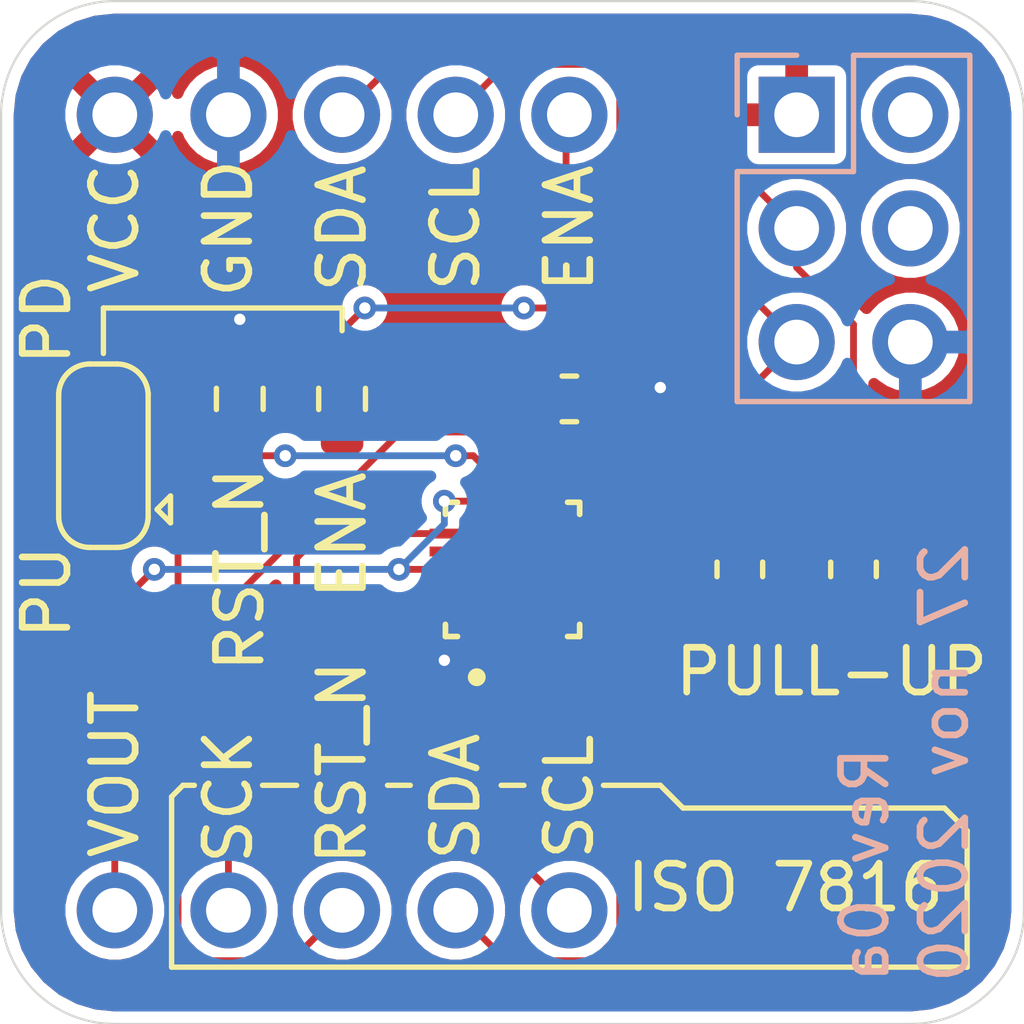
<source format=kicad_pcb>
(kicad_pcb (version 20171130) (host pcbnew 5.1.7-a382d34a8~87~ubuntu18.04.1)

  (general
    (thickness 1.6)
    (drawings 41)
    (tracks 95)
    (zones 0)
    (modules 10)
    (nets 14)
  )

  (page A4)
  (layers
    (0 F.Cu signal)
    (31 B.Cu signal)
    (32 B.Adhes user hide)
    (33 F.Adhes user hide)
    (34 B.Paste user hide)
    (35 F.Paste user hide)
    (36 B.SilkS user)
    (37 F.SilkS user)
    (38 B.Mask user)
    (39 F.Mask user)
    (40 Dwgs.User user hide)
    (41 Cmts.User user hide)
    (42 Eco1.User user hide)
    (43 Eco2.User user hide)
    (44 Edge.Cuts user)
    (45 Margin user hide)
    (46 B.CrtYd user hide)
    (47 F.CrtYd user hide)
    (48 B.Fab user hide)
    (49 F.Fab user hide)
  )

  (setup
    (last_trace_width 0.1524)
    (user_trace_width 0.1524)
    (trace_clearance 0.2)
    (zone_clearance 0.254)
    (zone_45_only no)
    (trace_min 0.1524)
    (via_size 0.8)
    (via_drill 0.4)
    (via_min_size 0.4)
    (via_min_drill 0.254)
    (user_via 0.508 0.254)
    (uvia_size 0.3)
    (uvia_drill 0.1)
    (uvias_allowed no)
    (uvia_min_size 0.2)
    (uvia_min_drill 0.1)
    (edge_width 0.05)
    (segment_width 0.2)
    (pcb_text_width 0.3)
    (pcb_text_size 1.5 1.5)
    (mod_edge_width 0.12)
    (mod_text_size 1 1)
    (mod_text_width 0.15)
    (pad_size 1.7 1.7)
    (pad_drill 1)
    (pad_to_mask_clearance 0.05)
    (aux_axis_origin 0 0)
    (grid_origin 78.74 40.64)
    (visible_elements FFFFFF7F)
    (pcbplotparams
      (layerselection 0x010f0_ffffffff)
      (usegerberextensions true)
      (usegerberattributes true)
      (usegerberadvancedattributes true)
      (creategerberjobfile true)
      (excludeedgelayer true)
      (linewidth 0.100000)
      (plotframeref false)
      (viasonmask false)
      (mode 1)
      (useauxorigin false)
      (hpglpennumber 1)
      (hpglpenspeed 20)
      (hpglpendiameter 15.000000)
      (psnegative false)
      (psa4output false)
      (plotreference true)
      (plotvalue true)
      (plotinvisibletext false)
      (padsonsilk false)
      (subtractmaskfromsilk false)
      (outputformat 4)
      (mirror false)
      (drillshape 0)
      (scaleselection 1)
      (outputdirectory ""))
  )

  (net 0 "")
  (net 1 "Net-(J1-Pad4)")
  (net 2 "Net-(J1-Pad2)")
  (net 3 GND)
  (net 4 VCC)
  (net 5 /SCL)
  (net 6 /SDA)
  (net 7 /ENA)
  (net 8 /MASTER_SCL)
  (net 9 /MASTER_SDA)
  (net 10 /MASTER_RST_N)
  (net 11 /MASTER_SCK)
  (net 12 /VOUT)
  (net 13 "Net-(JP1-Pad2)")

  (net_class Default "This is the default net class."
    (clearance 0.2)
    (trace_width 0.25)
    (via_dia 0.8)
    (via_drill 0.4)
    (uvia_dia 0.3)
    (uvia_drill 0.1)
    (add_net /ENA)
    (add_net /MASTER_RST_N)
    (add_net /MASTER_SCK)
    (add_net /MASTER_SCL)
    (add_net /MASTER_SDA)
    (add_net /SCL)
    (add_net /SDA)
    (add_net /VOUT)
    (add_net GND)
    (add_net "Net-(J1-Pad2)")
    (add_net "Net-(J1-Pad4)")
    (add_net "Net-(JP1-Pad2)")
    (add_net VCC)
  )

  (module Jumper:SolderJumper-3_P1.3mm_Bridged12_RoundedPad1.0x1.5mm (layer F.Cu) (tedit 5C745321) (tstamp 5FC22348)
    (at 81.026 27.94 90)
    (descr "SMD Solder 3-pad Jumper, 1x1.5mm rounded Pads, 0.3mm gap, pads 1-2 bridged with 1 copper strip")
    (tags "solder jumper open")
    (path /5FCF68B7)
    (attr virtual)
    (fp_text reference JP1 (at -1.3 -1.27 90) (layer F.SilkS) hide
      (effects (font (size 1 1) (thickness 0.15)))
    )
    (fp_text value SolderJumper_3_Bridged12 (at 0 1.9 90) (layer F.Fab)
      (effects (font (size 1 1) (thickness 0.15)))
    )
    (fp_arc (start -1.35 -0.3) (end -1.35 -1) (angle -90) (layer F.SilkS) (width 0.12))
    (fp_arc (start -1.35 0.3) (end -2.05 0.3) (angle -90) (layer F.SilkS) (width 0.12))
    (fp_arc (start 1.35 0.3) (end 1.35 1) (angle -90) (layer F.SilkS) (width 0.12))
    (fp_arc (start 1.35 -0.3) (end 2.05 -0.3) (angle -90) (layer F.SilkS) (width 0.12))
    (fp_line (start -1.2 1.2) (end -0.9 1.5) (layer F.SilkS) (width 0.12))
    (fp_line (start -1.5 1.5) (end -0.9 1.5) (layer F.SilkS) (width 0.12))
    (fp_line (start -1.2 1.2) (end -1.5 1.5) (layer F.SilkS) (width 0.12))
    (fp_line (start -2.05 0.3) (end -2.05 -0.3) (layer F.SilkS) (width 0.12))
    (fp_line (start 1.4 1) (end -1.4 1) (layer F.SilkS) (width 0.12))
    (fp_line (start 2.05 -0.3) (end 2.05 0.3) (layer F.SilkS) (width 0.12))
    (fp_line (start -1.4 -1) (end 1.4 -1) (layer F.SilkS) (width 0.12))
    (fp_line (start -2.3 -1.25) (end 2.3 -1.25) (layer F.CrtYd) (width 0.05))
    (fp_line (start -2.3 -1.25) (end -2.3 1.25) (layer F.CrtYd) (width 0.05))
    (fp_line (start 2.3 1.25) (end 2.3 -1.25) (layer F.CrtYd) (width 0.05))
    (fp_line (start 2.3 1.25) (end -2.3 1.25) (layer F.CrtYd) (width 0.05))
    (fp_poly (pts (xy -0.9 -0.3) (xy -0.4 -0.3) (xy -0.4 0.3) (xy -0.9 0.3)) (layer F.Cu) (width 0))
    (pad 1 smd custom (at -1.3 0 90) (size 1 0.5) (layers F.Cu F.Mask)
      (net 4 VCC) (zone_connect 2)
      (options (clearance outline) (anchor rect))
      (primitives
        (gr_circle (center 0 0.25) (end 0.5 0.25) (width 0))
        (gr_circle (center 0 -0.25) (end 0.5 -0.25) (width 0))
        (gr_poly (pts
           (xy 0.55 -0.75) (xy 0 -0.75) (xy 0 0.75) (xy 0.55 0.75)) (width 0))
      ))
    (pad 2 smd rect (at 0 0 90) (size 1 1.5) (layers F.Cu F.Mask)
      (net 13 "Net-(JP1-Pad2)"))
    (pad 3 smd custom (at 1.3 0 90) (size 1 0.5) (layers F.Cu F.Mask)
      (net 3 GND) (zone_connect 2)
      (options (clearance outline) (anchor rect))
      (primitives
        (gr_circle (center 0 0.25) (end 0.5 0.25) (width 0))
        (gr_circle (center 0 -0.25) (end 0.5 -0.25) (width 0))
        (gr_poly (pts
           (xy -0.55 -0.75) (xy 0 -0.75) (xy 0 0.75) (xy -0.55 0.75)) (width 0))
      ))
  )

  (module Connector_PinHeader_2.54mm:PinHeader_1x05_P2.54mm_Vertical (layer B.Cu) (tedit 5FC175F0) (tstamp 5FC13E78)
    (at 81.28 20.32 270)
    (descr "Through hole straight pin header, 1x05, 2.54mm pitch, single row")
    (tags "Through hole pin header THT 1x05 2.54mm single row")
    (path /5FC67458)
    (fp_text reference J2 (at 0 2.33 270) (layer B.SilkS) hide
      (effects (font (size 1 1) (thickness 0.15)) (justify mirror))
    )
    (fp_text value Conn_01x05_Male (at 0 -12.49 270) (layer B.Fab)
      (effects (font (size 1 1) (thickness 0.15)) (justify mirror))
    )
    (fp_line (start -0.635 1.27) (end 1.27 1.27) (layer B.Fab) (width 0.1))
    (fp_line (start 1.27 1.27) (end 1.27 -11.43) (layer B.Fab) (width 0.1))
    (fp_line (start 1.27 -11.43) (end -1.27 -11.43) (layer B.Fab) (width 0.1))
    (fp_line (start -1.27 -11.43) (end -1.27 0.635) (layer B.Fab) (width 0.1))
    (fp_line (start -1.27 0.635) (end -0.635 1.27) (layer B.Fab) (width 0.1))
    (fp_line (start -1.8 1.8) (end -1.8 -11.95) (layer B.CrtYd) (width 0.05))
    (fp_line (start -1.8 -11.95) (end 1.8 -11.95) (layer B.CrtYd) (width 0.05))
    (fp_line (start 1.8 -11.95) (end 1.8 1.8) (layer B.CrtYd) (width 0.05))
    (fp_line (start 1.8 1.8) (end -1.8 1.8) (layer B.CrtYd) (width 0.05))
    (fp_text user %R (at 0 -5.08 180) (layer B.Fab)
      (effects (font (size 1 1) (thickness 0.15)) (justify mirror))
    )
    (pad 1 thru_hole circle (at 0 0 270) (size 1.7 1.7) (drill 1) (layers *.Cu *.Mask)
      (net 4 VCC))
    (pad 2 thru_hole oval (at 0 -2.54 270) (size 1.7 1.7) (drill 1) (layers *.Cu *.Mask)
      (net 3 GND))
    (pad 3 thru_hole oval (at 0 -5.08 270) (size 1.7 1.7) (drill 1) (layers *.Cu *.Mask)
      (net 6 /SDA))
    (pad 4 thru_hole oval (at 0 -7.62 270) (size 1.7 1.7) (drill 1) (layers *.Cu *.Mask)
      (net 5 /SCL))
    (pad 5 thru_hole oval (at 0 -10.16 270) (size 1.7 1.7) (drill 1) (layers *.Cu *.Mask)
      (net 7 /ENA))
    (model ${KISYS3DMOD}/Connector_PinHeader_2.54mm.3dshapes/PinHeader_1x05_P2.54mm_Vertical.wrl
      (at (xyz 0 0 0))
      (scale (xyz 1 1 1))
      (rotate (xyz 0 0 0))
    )
  )

  (module Connector_PinHeader_2.54mm:PinHeader_1x05_P2.54mm_Vertical (layer B.Cu) (tedit 5FC175E6) (tstamp 5FC13E91)
    (at 81.28 38.1 270)
    (descr "Through hole straight pin header, 1x05, 2.54mm pitch, single row")
    (tags "Through hole pin header THT 1x05 2.54mm single row")
    (path /5FC69F1B)
    (fp_text reference J3 (at 0 2.33 270) (layer B.SilkS) hide
      (effects (font (size 1 1) (thickness 0.15)) (justify mirror))
    )
    (fp_text value Conn_01x05_Male (at 0 -12.49 270) (layer B.Fab)
      (effects (font (size 1 1) (thickness 0.15)) (justify mirror))
    )
    (fp_line (start 1.8 1.8) (end -1.8 1.8) (layer B.CrtYd) (width 0.05))
    (fp_line (start 1.8 -11.95) (end 1.8 1.8) (layer B.CrtYd) (width 0.05))
    (fp_line (start -1.8 -11.95) (end 1.8 -11.95) (layer B.CrtYd) (width 0.05))
    (fp_line (start -1.8 1.8) (end -1.8 -11.95) (layer B.CrtYd) (width 0.05))
    (fp_line (start -1.27 0.635) (end -0.635 1.27) (layer B.Fab) (width 0.1))
    (fp_line (start -1.27 -11.43) (end -1.27 0.635) (layer B.Fab) (width 0.1))
    (fp_line (start 1.27 -11.43) (end -1.27 -11.43) (layer B.Fab) (width 0.1))
    (fp_line (start 1.27 1.27) (end 1.27 -11.43) (layer B.Fab) (width 0.1))
    (fp_line (start -0.635 1.27) (end 1.27 1.27) (layer B.Fab) (width 0.1))
    (fp_text user %R (at 0 -5.08 180) (layer B.Fab)
      (effects (font (size 1 1) (thickness 0.15)) (justify mirror))
    )
    (pad 5 thru_hole oval (at 0 -10.16 270) (size 1.7 1.7) (drill 1) (layers *.Cu *.Mask)
      (net 8 /MASTER_SCL))
    (pad 4 thru_hole oval (at 0 -7.62 270) (size 1.7 1.7) (drill 1) (layers *.Cu *.Mask)
      (net 9 /MASTER_SDA))
    (pad 3 thru_hole oval (at 0 -5.08 270) (size 1.7 1.7) (drill 1) (layers *.Cu *.Mask)
      (net 10 /MASTER_RST_N))
    (pad 2 thru_hole oval (at 0 -2.54 270) (size 1.7 1.7) (drill 1) (layers *.Cu *.Mask)
      (net 11 /MASTER_SCK))
    (pad 1 thru_hole circle (at 0 0 270) (size 1.7 1.7) (drill 1) (layers *.Cu *.Mask)
      (net 12 /VOUT))
    (model ${KISYS3DMOD}/Connector_PinHeader_2.54mm.3dshapes/PinHeader_1x05_P2.54mm_Vertical.wrl
      (at (xyz 0 0 0))
      (scale (xyz 1 1 1))
      (rotate (xyz 0 0 0))
    )
  )

  (module Connector_PinSocket_2.54mm:PinSocket_2x03_P2.54mm_Vertical (layer B.Cu) (tedit 5A19A425) (tstamp 5F08BDAA)
    (at 96.52 20.32 180)
    (descr "Through hole straight socket strip, 2x03, 2.54mm pitch, double cols (from Kicad 4.0.7), script generated")
    (tags "Through hole socket strip THT 2x03 2.54mm double row")
    (path /5F08B812)
    (fp_text reference J1 (at -5.08 0 90) (layer B.SilkS) hide
      (effects (font (size 1 1) (thickness 0.15)) (justify mirror))
    )
    (fp_text value Conn_02x03_Odd_Even (at -1.27 -7.85) (layer B.Fab) hide
      (effects (font (size 1 1) (thickness 0.15)) (justify mirror))
    )
    (fp_line (start -4.34 -6.85) (end -4.34 1.8) (layer B.CrtYd) (width 0.05))
    (fp_line (start 1.76 -6.85) (end -4.34 -6.85) (layer B.CrtYd) (width 0.05))
    (fp_line (start 1.76 1.8) (end 1.76 -6.85) (layer B.CrtYd) (width 0.05))
    (fp_line (start -4.34 1.8) (end 1.76 1.8) (layer B.CrtYd) (width 0.05))
    (fp_line (start 0 1.33) (end 1.33 1.33) (layer B.SilkS) (width 0.12))
    (fp_line (start 1.33 1.33) (end 1.33 0) (layer B.SilkS) (width 0.12))
    (fp_line (start -1.27 1.33) (end -1.27 -1.27) (layer B.SilkS) (width 0.12))
    (fp_line (start -1.27 -1.27) (end 1.33 -1.27) (layer B.SilkS) (width 0.12))
    (fp_line (start 1.33 -1.27) (end 1.33 -6.41) (layer B.SilkS) (width 0.12))
    (fp_line (start -3.87 -6.41) (end 1.33 -6.41) (layer B.SilkS) (width 0.12))
    (fp_line (start -3.87 1.33) (end -3.87 -6.41) (layer B.SilkS) (width 0.12))
    (fp_line (start -3.87 1.33) (end -1.27 1.33) (layer B.SilkS) (width 0.12))
    (fp_line (start -3.81 -6.35) (end -3.81 1.27) (layer B.Fab) (width 0.1))
    (fp_line (start 1.27 -6.35) (end -3.81 -6.35) (layer B.Fab) (width 0.1))
    (fp_line (start 1.27 0.27) (end 1.27 -6.35) (layer B.Fab) (width 0.1))
    (fp_line (start 0.27 1.27) (end 1.27 0.27) (layer B.Fab) (width 0.1))
    (fp_line (start -3.81 1.27) (end 0.27 1.27) (layer B.Fab) (width 0.1))
    (fp_text user %R (at -1.27 -2.54 270) (layer B.Fab)
      (effects (font (size 1 1) (thickness 0.15)) (justify mirror))
    )
    (pad 6 thru_hole oval (at -2.54 -5.08 180) (size 1.7 1.7) (drill 1) (layers *.Cu *.Mask)
      (net 3 GND))
    (pad 5 thru_hole oval (at 0 -5.08 180) (size 1.7 1.7) (drill 1) (layers *.Cu *.Mask)
      (net 5 /SCL))
    (pad 4 thru_hole oval (at -2.54 -2.54 180) (size 1.7 1.7) (drill 1) (layers *.Cu *.Mask)
      (net 1 "Net-(J1-Pad4)"))
    (pad 3 thru_hole oval (at 0 -2.54 180) (size 1.7 1.7) (drill 1) (layers *.Cu *.Mask)
      (net 6 /SDA))
    (pad 2 thru_hole oval (at -2.54 0 180) (size 1.7 1.7) (drill 1) (layers *.Cu *.Mask)
      (net 2 "Net-(J1-Pad2)"))
    (pad 1 thru_hole rect (at 0 0 180) (size 1.7 1.7) (drill 1) (layers *.Cu *.Mask)
      (net 4 VCC))
    (model ${KISYS3DMOD}/Connector_PinSocket_2.54mm.3dshapes/PinSocket_2x03_P2.54mm_Vertical.wrl
      (at (xyz 0 0 0))
      (scale (xyz 1 1 1))
      (rotate (xyz 0 0 0))
    )
  )

  (module "SnapEDA Library:QFN40P300X300X33-21N" (layer F.Cu) (tedit 5FC1393E) (tstamp 5FC14992)
    (at 90.17 30.48 90)
    (path /5FC12E3B)
    (fp_text reference U1 (at 0.022 -2.7114 90) (layer F.SilkS) hide
      (effects (font (size 0.64 0.64) (thickness 0.015)))
    )
    (fp_text value SE050C2HQ1_Z01SDZ (at 6.118 2.7114 90) (layer F.Fab)
      (effects (font (size 0.64 0.64) (thickness 0.015)))
    )
    (fp_line (start 2.105 2.105) (end 2.105 -2.105) (layer F.CrtYd) (width 0.05))
    (fp_line (start -2.105 2.105) (end -2.105 -2.105) (layer F.CrtYd) (width 0.05))
    (fp_line (start -2.105 -2.105) (end 2.105 -2.105) (layer F.CrtYd) (width 0.05))
    (fp_line (start -2.105 2.105) (end 2.105 2.105) (layer F.CrtYd) (width 0.05))
    (fp_line (start -1.5 -1.5) (end -1.5 -1.23) (layer F.SilkS) (width 0.127))
    (fp_line (start -1.5 1.5) (end -1.5 1.23) (layer F.SilkS) (width 0.127))
    (fp_line (start 1.5 -1.5) (end 1.5 -1.23) (layer F.SilkS) (width 0.127))
    (fp_line (start 1.5 1.5) (end 1.5 1.23) (layer F.SilkS) (width 0.127))
    (fp_line (start -1.5 -1.5) (end -1.23 -1.5) (layer F.SilkS) (width 0.127))
    (fp_line (start -1.5 1.5) (end -1.23 1.5) (layer F.SilkS) (width 0.127))
    (fp_line (start 1.5 -1.5) (end 1.23 -1.5) (layer F.SilkS) (width 0.127))
    (fp_line (start 1.5 1.5) (end 1.23 1.5) (layer F.SilkS) (width 0.127))
    (fp_line (start -1.5 1.5) (end -1.5 -1.5) (layer F.Fab) (width 0.127))
    (fp_line (start 1.5 1.5) (end 1.5 -1.5) (layer F.Fab) (width 0.127))
    (fp_line (start 1.5 -1.5) (end -1.5 -1.5) (layer F.Fab) (width 0.127))
    (fp_line (start 1.5 1.5) (end -1.5 1.5) (layer F.Fab) (width 0.127))
    (fp_circle (center -2.41 -0.8) (end -2.31 -0.8) (layer F.Fab) (width 0.2))
    (fp_circle (center -2.41 -0.8) (end -2.31 -0.8) (layer F.SilkS) (width 0.2))
    (fp_poly (pts (xy -0.6 -0.6) (xy 0.6 -0.6) (xy 0.6 0.6) (xy -0.6 0.6)) (layer F.Paste) (width 0.01))
    (pad 21 smd rect (at 0 0 90) (size 1.9 1.9) (layers F.Cu F.Mask)
      (net 3 GND))
    (pad 15 smd rect (at 1.5 -0.8 90) (size 0.71 0.22) (layers F.Cu F.Paste F.Mask)
      (net 12 /VOUT))
    (pad 14 smd rect (at 1.5 -0.4 90) (size 0.71 0.22) (layers F.Cu F.Paste F.Mask)
      (net 10 /MASTER_RST_N))
    (pad 13 smd rect (at 1.5 0 90) (size 0.71 0.22) (layers F.Cu F.Paste F.Mask)
      (net 11 /MASTER_SCK))
    (pad 12 smd rect (at 1.5 0.4 90) (size 0.71 0.22) (layers F.Cu F.Paste F.Mask)
      (net 4 VCC))
    (pad 11 smd rect (at 1.5 0.8 90) (size 0.71 0.22) (layers F.Cu F.Paste F.Mask)
      (net 7 /ENA))
    (pad 5 smd rect (at -1.5 0.8 90) (size 0.71 0.22) (layers F.Cu F.Paste F.Mask))
    (pad 4 smd rect (at -1.5 0.4 90) (size 0.71 0.22) (layers F.Cu F.Paste F.Mask))
    (pad 3 smd rect (at -1.5 0 90) (size 0.71 0.22) (layers F.Cu F.Paste F.Mask)
      (net 9 /MASTER_SDA))
    (pad 2 smd rect (at -1.5 -0.4 90) (size 0.71 0.22) (layers F.Cu F.Paste F.Mask))
    (pad 1 smd rect (at -1.5 -0.8 90) (size 0.71 0.22) (layers F.Cu F.Paste F.Mask)
      (net 3 GND))
    (pad 20 smd rect (at -0.8 -1.5 90) (size 0.22 0.71) (layers F.Cu F.Paste F.Mask))
    (pad 19 smd rect (at -0.4 -1.5 90) (size 0.22 0.71) (layers F.Cu F.Paste F.Mask)
      (net 3 GND))
    (pad 18 smd rect (at 0 -1.5 90) (size 0.22 0.71) (layers F.Cu F.Paste F.Mask)
      (net 12 /VOUT))
    (pad 17 smd rect (at 0.4 -1.5 90) (size 0.22 0.71) (layers F.Cu F.Paste F.Mask)
      (net 3 GND))
    (pad 16 smd rect (at 0.8 -1.5 90) (size 0.22 0.71) (layers F.Cu F.Paste F.Mask)
      (net 8 /MASTER_SCL))
    (pad 10 smd rect (at 0.8 1.5 90) (size 0.22 0.71) (layers F.Cu F.Paste F.Mask)
      (net 5 /SCL))
    (pad 9 smd rect (at 0.4 1.5 90) (size 0.22 0.71) (layers F.Cu F.Paste F.Mask)
      (net 6 /SDA))
    (pad 8 smd rect (at 0 1.5 90) (size 0.22 0.71) (layers F.Cu F.Paste F.Mask))
    (pad 7 smd rect (at -0.4 1.5 90) (size 0.22 0.71) (layers F.Cu F.Paste F.Mask))
    (pad 6 smd rect (at -0.8 1.5 90) (size 0.22 0.71) (layers F.Cu F.Paste F.Mask))
  )

  (module Resistor_SMD:R_0603_1608Metric (layer F.Cu) (tedit 5F68FEEE) (tstamp 5FC13EB3)
    (at 86.36 26.67 90)
    (descr "Resistor SMD 0603 (1608 Metric), square (rectangular) end terminal, IPC_7351 nominal, (Body size source: IPC-SM-782 page 72, https://www.pcb-3d.com/wordpress/wp-content/uploads/ipc-sm-782a_amendment_1_and_2.pdf), generated with kicad-footprint-generator")
    (tags resistor)
    (path /5FC2688E)
    (attr smd)
    (fp_text reference R_ENA1 (at 0 -1.43 90) (layer F.SilkS) hide
      (effects (font (size 1 1) (thickness 0.15)))
    )
    (fp_text value R (at 0 1.43 90) (layer F.Fab)
      (effects (font (size 1 1) (thickness 0.15)))
    )
    (fp_line (start -0.8 0.4125) (end -0.8 -0.4125) (layer F.Fab) (width 0.1))
    (fp_line (start -0.8 -0.4125) (end 0.8 -0.4125) (layer F.Fab) (width 0.1))
    (fp_line (start 0.8 -0.4125) (end 0.8 0.4125) (layer F.Fab) (width 0.1))
    (fp_line (start 0.8 0.4125) (end -0.8 0.4125) (layer F.Fab) (width 0.1))
    (fp_line (start -0.237258 -0.5225) (end 0.237258 -0.5225) (layer F.SilkS) (width 0.12))
    (fp_line (start -0.237258 0.5225) (end 0.237258 0.5225) (layer F.SilkS) (width 0.12))
    (fp_line (start -1.48 0.73) (end -1.48 -0.73) (layer F.CrtYd) (width 0.05))
    (fp_line (start -1.48 -0.73) (end 1.48 -0.73) (layer F.CrtYd) (width 0.05))
    (fp_line (start 1.48 -0.73) (end 1.48 0.73) (layer F.CrtYd) (width 0.05))
    (fp_line (start 1.48 0.73) (end -1.48 0.73) (layer F.CrtYd) (width 0.05))
    (fp_text user %R (at 0 0 90) (layer F.Fab)
      (effects (font (size 0.4 0.4) (thickness 0.06)))
    )
    (pad 1 smd roundrect (at -0.825 0 90) (size 0.8 0.95) (layers F.Cu F.Paste F.Mask) (roundrect_rratio 0.25)
      (net 13 "Net-(JP1-Pad2)"))
    (pad 2 smd roundrect (at 0.825 0 90) (size 0.8 0.95) (layers F.Cu F.Paste F.Mask) (roundrect_rratio 0.25)
      (net 7 /ENA))
    (model ${KISYS3DMOD}/Resistor_SMD.3dshapes/R_0603_1608Metric.wrl
      (at (xyz 0 0 0))
      (scale (xyz 1 1 1))
      (rotate (xyz 0 0 0))
    )
  )

  (module Resistor_SMD:R_0603_1608Metric (layer F.Cu) (tedit 5F68FEEE) (tstamp 5FC13EA2)
    (at 84.074 26.67 90)
    (descr "Resistor SMD 0603 (1608 Metric), square (rectangular) end terminal, IPC_7351 nominal, (Body size source: IPC-SM-782 page 72, https://www.pcb-3d.com/wordpress/wp-content/uploads/ipc-sm-782a_amendment_1_and_2.pdf), generated with kicad-footprint-generator")
    (tags resistor)
    (path /5FC51992)
    (attr smd)
    (fp_text reference R_RST_N1 (at 0 -1.43 90) (layer F.SilkS) hide
      (effects (font (size 1 1) (thickness 0.15)))
    )
    (fp_text value R (at 0 1.43 90) (layer F.Fab)
      (effects (font (size 1 1) (thickness 0.15)))
    )
    (fp_line (start -0.8 0.4125) (end -0.8 -0.4125) (layer F.Fab) (width 0.1))
    (fp_line (start -0.8 -0.4125) (end 0.8 -0.4125) (layer F.Fab) (width 0.1))
    (fp_line (start 0.8 -0.4125) (end 0.8 0.4125) (layer F.Fab) (width 0.1))
    (fp_line (start 0.8 0.4125) (end -0.8 0.4125) (layer F.Fab) (width 0.1))
    (fp_line (start -0.237258 -0.5225) (end 0.237258 -0.5225) (layer F.SilkS) (width 0.12))
    (fp_line (start -0.237258 0.5225) (end 0.237258 0.5225) (layer F.SilkS) (width 0.12))
    (fp_line (start -1.48 0.73) (end -1.48 -0.73) (layer F.CrtYd) (width 0.05))
    (fp_line (start -1.48 -0.73) (end 1.48 -0.73) (layer F.CrtYd) (width 0.05))
    (fp_line (start 1.48 -0.73) (end 1.48 0.73) (layer F.CrtYd) (width 0.05))
    (fp_line (start 1.48 0.73) (end -1.48 0.73) (layer F.CrtYd) (width 0.05))
    (fp_text user %R (at 0 0 90) (layer F.Fab)
      (effects (font (size 0.4 0.4) (thickness 0.06)))
    )
    (pad 1 smd roundrect (at -0.825 0 90) (size 0.8 0.95) (layers F.Cu F.Paste F.Mask) (roundrect_rratio 0.25)
      (net 10 /MASTER_RST_N))
    (pad 2 smd roundrect (at 0.825 0 90) (size 0.8 0.95) (layers F.Cu F.Paste F.Mask) (roundrect_rratio 0.25)
      (net 3 GND))
    (model ${KISYS3DMOD}/Resistor_SMD.3dshapes/R_0603_1608Metric.wrl
      (at (xyz 0 0 0))
      (scale (xyz 1 1 1))
      (rotate (xyz 0 0 0))
    )
  )

  (module Resistor_SMD:R_0603_1608Metric (layer F.Cu) (tedit 5B301BBD) (tstamp 5F0B4BFD)
    (at 91.44 26.67)
    (descr "Resistor SMD 0603 (1608 Metric), square (rectangular) end terminal, IPC_7351 nominal, (Body size source: http://www.tortai-tech.com/upload/download/2011102023233369053.pdf), generated with kicad-footprint-generator")
    (tags resistor)
    (path /5F0A4CFD)
    (attr smd)
    (fp_text reference C1 (at 0 1.616446) (layer F.SilkS) hide
      (effects (font (size 1 1) (thickness 0.15)))
    )
    (fp_text value C (at 0 1.43) (layer F.Fab) hide
      (effects (font (size 1 1) (thickness 0.15)))
    )
    (fp_line (start 1.48 0.73) (end -1.48 0.73) (layer F.CrtYd) (width 0.05))
    (fp_line (start 1.48 -0.73) (end 1.48 0.73) (layer F.CrtYd) (width 0.05))
    (fp_line (start -1.48 -0.73) (end 1.48 -0.73) (layer F.CrtYd) (width 0.05))
    (fp_line (start -1.48 0.73) (end -1.48 -0.73) (layer F.CrtYd) (width 0.05))
    (fp_line (start -0.162779 0.51) (end 0.162779 0.51) (layer F.SilkS) (width 0.12))
    (fp_line (start -0.162779 -0.51) (end 0.162779 -0.51) (layer F.SilkS) (width 0.12))
    (fp_line (start 0.8 0.4) (end -0.8 0.4) (layer F.Fab) (width 0.1))
    (fp_line (start 0.8 -0.4) (end 0.8 0.4) (layer F.Fab) (width 0.1))
    (fp_line (start -0.8 -0.4) (end 0.8 -0.4) (layer F.Fab) (width 0.1))
    (fp_line (start -0.8 0.4) (end -0.8 -0.4) (layer F.Fab) (width 0.1))
    (fp_text user %R (at 0 0) (layer F.Fab)
      (effects (font (size 0.4 0.4) (thickness 0.06)))
    )
    (pad 2 smd roundrect (at 0.7875 0) (size 0.875 0.95) (layers F.Cu F.Paste F.Mask) (roundrect_rratio 0.25)
      (net 3 GND))
    (pad 1 smd roundrect (at -0.7875 0) (size 0.875 0.95) (layers F.Cu F.Paste F.Mask) (roundrect_rratio 0.25)
      (net 4 VCC))
    (model ${KISYS3DMOD}/Resistor_SMD.3dshapes/R_0603_1608Metric.wrl
      (at (xyz 0 0 0))
      (scale (xyz 1 1 1))
      (rotate (xyz 0 0 0))
    )
  )

  (module Resistor_SMD:R_0603_1608Metric (layer F.Cu) (tedit 5B301BBD) (tstamp 5F0B4816)
    (at 95.25 30.48 90)
    (descr "Resistor SMD 0603 (1608 Metric), square (rectangular) end terminal, IPC_7351 nominal, (Body size source: http://www.tortai-tech.com/upload/download/2011102023233369053.pdf), generated with kicad-footprint-generator")
    (tags resistor)
    (path /5F09044E)
    (attr smd)
    (fp_text reference R_SCL1 (at 2.54 0 180) (layer F.SilkS) hide
      (effects (font (size 1 1) (thickness 0.15)))
    )
    (fp_text value R (at 0 1.43 90) (layer F.Fab) hide
      (effects (font (size 1 1) (thickness 0.15)))
    )
    (fp_line (start 1.48 0.73) (end -1.48 0.73) (layer F.CrtYd) (width 0.05))
    (fp_line (start 1.48 -0.73) (end 1.48 0.73) (layer F.CrtYd) (width 0.05))
    (fp_line (start -1.48 -0.73) (end 1.48 -0.73) (layer F.CrtYd) (width 0.05))
    (fp_line (start -1.48 0.73) (end -1.48 -0.73) (layer F.CrtYd) (width 0.05))
    (fp_line (start -0.162779 0.51) (end 0.162779 0.51) (layer F.SilkS) (width 0.12))
    (fp_line (start -0.162779 -0.51) (end 0.162779 -0.51) (layer F.SilkS) (width 0.12))
    (fp_line (start 0.8 0.4) (end -0.8 0.4) (layer F.Fab) (width 0.1))
    (fp_line (start 0.8 -0.4) (end 0.8 0.4) (layer F.Fab) (width 0.1))
    (fp_line (start -0.8 -0.4) (end 0.8 -0.4) (layer F.Fab) (width 0.1))
    (fp_line (start -0.8 0.4) (end -0.8 -0.4) (layer F.Fab) (width 0.1))
    (fp_text user %R (at 0 0 90) (layer F.Fab)
      (effects (font (size 0.4 0.4) (thickness 0.06)))
    )
    (pad 2 smd roundrect (at 0.7875 0 90) (size 0.875 0.95) (layers F.Cu F.Paste F.Mask) (roundrect_rratio 0.25)
      (net 5 /SCL))
    (pad 1 smd roundrect (at -0.7875 0 90) (size 0.875 0.95) (layers F.Cu F.Paste F.Mask) (roundrect_rratio 0.25)
      (net 4 VCC))
    (model ${KISYS3DMOD}/Resistor_SMD.3dshapes/R_0603_1608Metric.wrl
      (at (xyz 0 0 0))
      (scale (xyz 1 1 1))
      (rotate (xyz 0 0 0))
    )
  )

  (module Resistor_SMD:R_0603_1608Metric (layer F.Cu) (tedit 5B301BBD) (tstamp 5F0B4805)
    (at 97.79 30.48 90)
    (descr "Resistor SMD 0603 (1608 Metric), square (rectangular) end terminal, IPC_7351 nominal, (Body size source: http://www.tortai-tech.com/upload/download/2011102023233369053.pdf), generated with kicad-footprint-generator")
    (tags resistor)
    (path /5F08FFB6)
    (attr smd)
    (fp_text reference R_SDA1 (at 2.54 2.54 180) (layer F.SilkS) hide
      (effects (font (size 1 1) (thickness 0.15)))
    )
    (fp_text value R (at 0 1.43 90) (layer F.Fab) hide
      (effects (font (size 1 1) (thickness 0.15)))
    )
    (fp_line (start 1.48 0.73) (end -1.48 0.73) (layer F.CrtYd) (width 0.05))
    (fp_line (start 1.48 -0.73) (end 1.48 0.73) (layer F.CrtYd) (width 0.05))
    (fp_line (start -1.48 -0.73) (end 1.48 -0.73) (layer F.CrtYd) (width 0.05))
    (fp_line (start -1.48 0.73) (end -1.48 -0.73) (layer F.CrtYd) (width 0.05))
    (fp_line (start -0.162779 0.51) (end 0.162779 0.51) (layer F.SilkS) (width 0.12))
    (fp_line (start -0.162779 -0.51) (end 0.162779 -0.51) (layer F.SilkS) (width 0.12))
    (fp_line (start 0.8 0.4) (end -0.8 0.4) (layer F.Fab) (width 0.1))
    (fp_line (start 0.8 -0.4) (end 0.8 0.4) (layer F.Fab) (width 0.1))
    (fp_line (start -0.8 -0.4) (end 0.8 -0.4) (layer F.Fab) (width 0.1))
    (fp_line (start -0.8 0.4) (end -0.8 -0.4) (layer F.Fab) (width 0.1))
    (fp_text user %R (at 0 0 90) (layer F.Fab)
      (effects (font (size 0.4 0.4) (thickness 0.06)))
    )
    (pad 2 smd roundrect (at 0.7875 0 90) (size 0.875 0.95) (layers F.Cu F.Paste F.Mask) (roundrect_rratio 0.25)
      (net 6 /SDA))
    (pad 1 smd roundrect (at -0.7875 0 90) (size 0.875 0.95) (layers F.Cu F.Paste F.Mask) (roundrect_rratio 0.25)
      (net 4 VCC))
    (model ${KISYS3DMOD}/Resistor_SMD.3dshapes/R_0603_1608Metric.wrl
      (at (xyz 0 0 0))
      (scale (xyz 1 1 1))
      (rotate (xyz 0 0 0))
    )
  )

  (gr_text PD (at 79.756 24.892 90) (layer F.SilkS)
    (effects (font (size 1 1) (thickness 0.15)))
  )
  (gr_text PU (at 79.756 30.988 90) (layer F.SilkS)
    (effects (font (size 1 1) (thickness 0.15)))
  )
  (gr_line (start 86.36 24.638) (end 86.36 25.146) (layer F.SilkS) (width 0.12))
  (gr_line (start 81.026 24.638) (end 86.36 24.638) (layer F.SilkS) (width 0.12))
  (gr_line (start 81.026 25.654) (end 81.026 24.638) (layer F.SilkS) (width 0.12))
  (gr_arc (start 81.28 20.32) (end 81.28 17.78) (angle -90) (layer Edge.Cuts) (width 0.05))
  (gr_arc (start 99.06 20.32) (end 101.6 20.32) (angle -90) (layer Edge.Cuts) (width 0.05))
  (gr_arc (start 99.06 38.1) (end 99.06 40.64) (angle -90) (layer Edge.Cuts) (width 0.05))
  (gr_arc (start 81.28 38.1) (end 78.74 38.1) (angle -90) (layer Edge.Cuts) (width 0.05))
  (gr_text "ISO 7816" (at 96.266 37.592) (layer F.SilkS)
    (effects (font (size 1 1) (thickness 0.15)))
  )
  (gr_line (start 100.33 36.322) (end 100.33 39.37) (layer F.SilkS) (width 0.12) (tstamp 5FC213ED))
  (gr_line (start 99.822 35.814) (end 100.33 36.322) (layer F.SilkS) (width 0.12))
  (gr_line (start 93.98 35.814) (end 99.822 35.814) (layer F.SilkS) (width 0.12))
  (gr_line (start 93.472 35.306) (end 93.98 35.814) (layer F.SilkS) (width 0.12))
  (gr_line (start 92.202 35.306) (end 93.472 35.306) (layer F.SilkS) (width 0.12))
  (gr_line (start 89.916 35.306) (end 90.424 35.306) (layer F.SilkS) (width 0.12))
  (gr_line (start 87.376 35.306) (end 87.884 35.306) (layer F.SilkS) (width 0.12))
  (gr_line (start 84.582 35.306) (end 85.344 35.306) (layer F.SilkS) (width 0.12))
  (gr_line (start 82.804 35.306) (end 83.058 35.306) (layer F.SilkS) (width 0.12))
  (gr_line (start 82.55 35.56) (end 82.804 35.306) (layer F.SilkS) (width 0.12))
  (gr_line (start 82.55 39.37) (end 100.33 39.37) (layer F.SilkS) (width 0.12))
  (gr_line (start 82.55 35.56) (end 82.55 39.37) (layer F.SilkS) (width 0.12))
  (gr_text SCL (at 91.44 35.56 90) (layer F.SilkS)
    (effects (font (size 1 1) (thickness 0.15)))
  )
  (gr_text SCK (at 83.82 35.56 90) (layer F.SilkS)
    (effects (font (size 1 1) (thickness 0.15)))
  )
  (gr_text RST_N (at 86.36 34.798 90) (layer F.SilkS)
    (effects (font (size 1 1) (thickness 0.15)))
  )
  (gr_text SDA (at 88.9 35.56 90) (layer F.SilkS)
    (effects (font (size 1 1) (thickness 0.15)))
  )
  (gr_text RST_N (at 84.074 30.48 90) (layer F.SilkS)
    (effects (font (size 1 1) (thickness 0.15)))
  )
  (gr_text ENA (at 86.36 29.718 90) (layer F.SilkS)
    (effects (font (size 1 1) (thickness 0.15)))
  )
  (gr_line (start 78.74 38.1) (end 78.74 20.32) (layer Edge.Cuts) (width 0.05) (tstamp 5FC1F51B))
  (gr_line (start 99.06 40.64) (end 81.28 40.64) (layer Edge.Cuts) (width 0.05))
  (gr_line (start 101.6 20.32) (end 101.6 38.1) (layer Edge.Cuts) (width 0.05))
  (gr_line (start 81.28 17.78) (end 99.06 17.78) (layer Edge.Cuts) (width 0.05))
  (gr_text VOUT (at 81.28 35.052 90) (layer F.SilkS)
    (effects (font (size 1 1) (thickness 0.15)))
  )
  (gr_text PULL-UP (at 93.726 32.766) (layer F.SilkS)
    (effects (font (size 1 1) (thickness 0.15)) (justify left))
  )
  (gr_text ENA (at 91.44 22.86 90) (layer F.SilkS)
    (effects (font (size 1 1) (thickness 0.15)))
  )
  (gr_text SCL (at 88.9 22.86 90) (layer F.SilkS)
    (effects (font (size 1 1) (thickness 0.15)))
  )
  (gr_text SDA (at 86.36 22.86 90) (layer F.SilkS)
    (effects (font (size 1 1) (thickness 0.15)))
  )
  (gr_text GND (at 83.82 22.86 90) (layer F.SilkS)
    (effects (font (size 1 1) (thickness 0.15)))
  )
  (gr_text VCC (at 81.28 22.86 90) (layer F.SilkS)
    (effects (font (size 1 1) (thickness 0.15)))
  )
  (gr_text "27 nov 2020" (at 99.822 34.798 90) (layer B.SilkS)
    (effects (font (size 1 1) (thickness 0.15)) (justify mirror))
  )
  (gr_text "Rev 0a" (at 98.044 37.084 90) (layer B.SilkS)
    (effects (font (size 1 1) (thickness 0.15)) (justify mirror))
  )

  (segment (start 89.77 30.08) (end 88.67 30.08) (width 0.1524) (layer F.Cu) (net 3))
  (segment (start 90.17 30.48) (end 89.77 30.08) (width 0.1524) (layer F.Cu) (net 3))
  (via (at 84.074 24.892) (size 0.508) (drill 0.254) (layers F.Cu B.Cu) (net 3))
  (segment (start 84.074 25.845) (end 84.074 24.892) (width 0.1524) (layer F.Cu) (net 3))
  (segment (start 89.37 31.28) (end 90.17 30.48) (width 0.1524) (layer F.Cu) (net 3))
  (segment (start 89.37 31.98) (end 89.37 31.28) (width 0.1524) (layer F.Cu) (net 3))
  (segment (start 89.37 31.98) (end 89.178 31.98) (width 0.1524) (layer F.Cu) (net 3))
  (via (at 88.646 32.512) (size 0.508) (drill 0.254) (layers F.Cu B.Cu) (net 3))
  (segment (start 89.178 31.98) (end 88.646 32.512) (width 0.1524) (layer F.Cu) (net 3))
  (segment (start 89.77 30.88) (end 90.17 30.48) (width 0.1524) (layer F.Cu) (net 3))
  (segment (start 88.67 30.88) (end 89.77 30.88) (width 0.1524) (layer F.Cu) (net 3))
  (via (at 93.472 26.416) (size 0.508) (drill 0.254) (layers F.Cu B.Cu) (net 3))
  (segment (start 92.2275 26.67) (end 93.218 26.67) (width 0.1524) (layer F.Cu) (net 3))
  (segment (start 93.218 26.67) (end 93.472 26.416) (width 0.1524) (layer F.Cu) (net 3))
  (segment (start 81.026 26.64) (end 82.072 26.64) (width 0.1524) (layer F.Cu) (net 3))
  (segment (start 82.867 25.845) (end 84.074 25.845) (width 0.1524) (layer F.Cu) (net 3))
  (segment (start 82.072 26.64) (end 82.867 25.845) (width 0.1524) (layer F.Cu) (net 3))
  (segment (start 90.57 26.7525) (end 90.57 28.98) (width 0.1524) (layer F.Cu) (net 4))
  (segment (start 90.6525 26.67) (end 90.57 26.7525) (width 0.1524) (layer F.Cu) (net 4))
  (segment (start 95.25 26.67) (end 96.52 25.4) (width 0.1524) (layer F.Cu) (net 5))
  (segment (start 95.25 29.6925) (end 95.25 26.67) (width 0.1524) (layer F.Cu) (net 5))
  (segment (start 91.6825 29.6925) (end 91.67 29.68) (width 0.1524) (layer F.Cu) (net 5))
  (segment (start 90.026201 19.193799) (end 88.9 20.32) (width 0.1524) (layer F.Cu) (net 5))
  (segment (start 91.980577 19.193799) (end 90.026201 19.193799) (width 0.1524) (layer F.Cu) (net 5))
  (segment (start 92.566201 19.779423) (end 91.980577 19.193799) (width 0.1524) (layer F.Cu) (net 5))
  (segment (start 92.566201 21.446201) (end 92.566201 19.779423) (width 0.1524) (layer F.Cu) (net 5))
  (segment (start 96.52 25.4) (end 92.566201 21.446201) (width 0.1524) (layer F.Cu) (net 5))
  (segment (start 95.2375 29.68) (end 95.25 29.6925) (width 0.1524) (layer F.Cu) (net 5))
  (segment (start 91.67 29.68) (end 95.2375 29.68) (width 0.1524) (layer F.Cu) (net 5))
  (segment (start 96.52 23.733222) (end 96.52 22.86) (width 0.1524) (layer F.Cu) (net 6))
  (segment (start 97.79 25.003222) (end 96.52 23.733222) (width 0.1524) (layer F.Cu) (net 6))
  (segment (start 97.79 29.6925) (end 97.79 25.003222) (width 0.1524) (layer F.Cu) (net 6))
  (segment (start 97.07629 30.40621) (end 97.79 29.6925) (width 0.1524) (layer F.Cu) (net 6))
  (segment (start 94.788728 30.40621) (end 97.07629 30.40621) (width 0.1524) (layer F.Cu) (net 6))
  (segment (start 94.462518 30.08) (end 94.788728 30.40621) (width 0.1524) (layer F.Cu) (net 6))
  (segment (start 92.501389 18.841389) (end 87.838611 18.841389) (width 0.1524) (layer F.Cu) (net 6))
  (segment (start 87.838611 18.841389) (end 86.36 20.32) (width 0.1524) (layer F.Cu) (net 6))
  (segment (start 96.52 22.86) (end 92.501389 18.841389) (width 0.1524) (layer F.Cu) (net 6))
  (segment (start 91.67 30.08) (end 94.462518 30.08) (width 0.1524) (layer F.Cu) (net 6))
  (segment (start 91.36621 20.39379) (end 91.44 20.32) (width 0.1524) (layer F.Cu) (net 7))
  (segment (start 90.97 28.98) (end 91.36621 28.58379) (width 0.1524) (layer F.Cu) (net 7))
  (segment (start 91.36621 28.58379) (end 91.36621 24.20379) (width 0.1524) (layer F.Cu) (net 7))
  (segment (start 91.36621 24.20379) (end 91.36621 20.39379) (width 0.1524) (layer F.Cu) (net 7))
  (via (at 86.868 24.638) (size 0.508) (drill 0.254) (layers F.Cu B.Cu) (net 7))
  (segment (start 86.36 25.845) (end 86.36 25.146) (width 0.1524) (layer F.Cu) (net 7))
  (segment (start 86.36 25.146) (end 86.868 24.638) (width 0.1524) (layer F.Cu) (net 7))
  (via (at 90.424 24.638) (size 0.508) (drill 0.254) (layers F.Cu B.Cu) (net 7))
  (segment (start 90.932 24.638) (end 91.36621 24.20379) (width 0.1524) (layer F.Cu) (net 7))
  (segment (start 90.424 24.638) (end 90.932 24.638) (width 0.1524) (layer F.Cu) (net 7))
  (segment (start 86.868 24.638) (end 90.424 24.638) (width 0.1524) (layer B.Cu) (net 7))
  (segment (start 88.67 29.68) (end 85.89 29.68) (width 0.1524) (layer F.Cu) (net 8))
  (segment (start 85.89 29.68) (end 85.344 30.226) (width 0.1524) (layer F.Cu) (net 8))
  (segment (start 85.344 30.226) (end 85.344 33.782) (width 0.1524) (layer F.Cu) (net 8))
  (segment (start 85.344 33.782) (end 86.614 35.052) (width 0.1524) (layer F.Cu) (net 8))
  (segment (start 88.392 35.052) (end 91.44 38.1) (width 0.1524) (layer F.Cu) (net 8))
  (segment (start 86.614 35.052) (end 88.392 35.052) (width 0.1524) (layer F.Cu) (net 8))
  (segment (start 90.17 32.542162) (end 90.17 31.98) (width 0.1524) (layer F.Cu) (net 9))
  (segment (start 91.980577 39.226201) (end 90.026201 39.226201) (width 0.1524) (layer F.Cu) (net 9))
  (segment (start 92.566201 38.640577) (end 91.980577 39.226201) (width 0.1524) (layer F.Cu) (net 9))
  (segment (start 90.026201 39.226201) (end 88.9 38.1) (width 0.1524) (layer F.Cu) (net 9))
  (segment (start 92.566201 34.938363) (end 92.566201 38.640577) (width 0.1524) (layer F.Cu) (net 9))
  (segment (start 90.17 32.542162) (end 92.566201 34.938363) (width 0.1524) (layer F.Cu) (net 9))
  (via (at 88.9 27.94) (size 0.508) (drill 0.254) (layers F.Cu B.Cu) (net 10))
  (segment (start 89.292162 27.94) (end 88.9 27.94) (width 0.1524) (layer F.Cu) (net 10))
  (segment (start 89.77 28.98) (end 89.77 28.417838) (width 0.1524) (layer F.Cu) (net 10))
  (segment (start 89.77 28.417838) (end 89.292162 27.94) (width 0.1524) (layer F.Cu) (net 10))
  (via (at 85.09 27.94) (size 0.508) (drill 0.254) (layers F.Cu B.Cu) (net 10))
  (segment (start 84.519 27.94) (end 84.074 27.495) (width 0.1524) (layer F.Cu) (net 10))
  (segment (start 84.519 27.94) (end 85.09 27.94) (width 0.1524) (layer F.Cu) (net 10))
  (segment (start 85.09 27.94) (end 88.9 27.94) (width 0.1524) (layer B.Cu) (net 10))
  (segment (start 82.693799 28.875201) (end 84.074 27.495) (width 0.1524) (layer F.Cu) (net 10))
  (segment (start 82.693799 38.640577) (end 82.693799 28.875201) (width 0.1524) (layer F.Cu) (net 10))
  (segment (start 83.279423 39.226201) (end 82.693799 38.640577) (width 0.1524) (layer F.Cu) (net 10))
  (segment (start 85.233799 39.226201) (end 83.279423 39.226201) (width 0.1524) (layer F.Cu) (net 10))
  (segment (start 86.36 38.1) (end 85.233799 39.226201) (width 0.1524) (layer F.Cu) (net 10))
  (segment (start 83.82 31.251618) (end 83.82 38.1) (width 0.1524) (layer F.Cu) (net 11))
  (segment (start 87.661819 27.409799) (end 83.82 31.251618) (width 0.1524) (layer F.Cu) (net 11))
  (segment (start 90.17 28.319456) (end 89.260343 27.409799) (width 0.1524) (layer F.Cu) (net 11))
  (segment (start 89.260343 27.409799) (end 87.661819 27.409799) (width 0.1524) (layer F.Cu) (net 11))
  (segment (start 90.17 28.98) (end 90.17 28.319456) (width 0.1524) (layer F.Cu) (net 11))
  (via (at 87.63 30.48) (size 0.508) (drill 0.254) (layers F.Cu B.Cu) (net 12))
  (segment (start 88.646 28.956) (end 89.346 28.956) (width 0.1524) (layer F.Cu) (net 12))
  (segment (start 89.346 28.956) (end 89.37 28.98) (width 0.1524) (layer F.Cu) (net 12))
  (via (at 88.646 28.956) (size 0.508) (drill 0.254) (layers F.Cu B.Cu) (net 12))
  (segment (start 88.67 30.48) (end 87.63 30.48) (width 0.1524) (layer F.Cu) (net 12))
  (segment (start 88.646 29.464) (end 88.646 28.956) (width 0.1524) (layer B.Cu) (net 12))
  (segment (start 87.63 30.48) (end 88.646 29.464) (width 0.1524) (layer B.Cu) (net 12))
  (via (at 82.163599 30.48) (size 0.508) (drill 0.254) (layers F.Cu B.Cu) (net 12))
  (segment (start 81.28 38.1) (end 81.28 31.363599) (width 0.1524) (layer F.Cu) (net 12))
  (segment (start 81.28 31.363599) (end 82.163599 30.48) (width 0.1524) (layer F.Cu) (net 12))
  (segment (start 82.163599 30.48) (end 87.63 30.48) (width 0.1524) (layer B.Cu) (net 12))
  (segment (start 85.68379 26.81879) (end 86.36 27.495) (width 0.1524) (layer F.Cu) (net 13))
  (segment (start 83.601746 26.81879) (end 85.68379 26.81879) (width 0.1524) (layer F.Cu) (net 13))
  (segment (start 82.480536 27.94) (end 83.601746 26.81879) (width 0.1524) (layer F.Cu) (net 13))
  (segment (start 81.026 27.94) (end 82.480536 27.94) (width 0.1524) (layer F.Cu) (net 13))

  (zone (net 3) (net_name GND) (layer B.Cu) (tstamp 5FC26A06) (hatch edge 0.508)
    (connect_pads (clearance 0.254))
    (min_thickness 0.254)
    (fill yes (arc_segments 32) (thermal_gap 0.508) (thermal_bridge_width 0.508))
    (polygon
      (pts
        (xy 101.6 40.64) (xy 78.74 40.64) (xy 78.74 17.78) (xy 101.6 17.78)
      )
    )
    (filled_polygon
      (pts
        (xy 99.474115 18.228551) (xy 99.872462 18.348819) (xy 100.239864 18.54417) (xy 100.562317 18.807157) (xy 100.827553 19.127773)
        (xy 101.02546 19.493795) (xy 101.148506 19.891291) (xy 101.194 20.324137) (xy 101.194001 38.080136) (xy 101.151449 38.514115)
        (xy 101.031181 38.912464) (xy 100.835831 39.279862) (xy 100.572845 39.602315) (xy 100.252226 39.867554) (xy 99.886204 40.065461)
        (xy 99.488708 40.188506) (xy 99.055863 40.234) (xy 81.299854 40.234) (xy 80.865885 40.191449) (xy 80.467536 40.071181)
        (xy 80.100138 39.875831) (xy 79.777685 39.612845) (xy 79.512446 39.292226) (xy 79.314539 38.926204) (xy 79.191494 38.528708)
        (xy 79.146 38.095863) (xy 79.146 37.978757) (xy 80.049 37.978757) (xy 80.049 38.221243) (xy 80.096307 38.459069)
        (xy 80.189102 38.683097) (xy 80.32382 38.884717) (xy 80.495283 39.05618) (xy 80.696903 39.190898) (xy 80.920931 39.283693)
        (xy 81.158757 39.331) (xy 81.401243 39.331) (xy 81.639069 39.283693) (xy 81.863097 39.190898) (xy 82.064717 39.05618)
        (xy 82.23618 38.884717) (xy 82.370898 38.683097) (xy 82.463693 38.459069) (xy 82.511 38.221243) (xy 82.511 37.978757)
        (xy 82.589 37.978757) (xy 82.589 38.221243) (xy 82.636307 38.459069) (xy 82.729102 38.683097) (xy 82.86382 38.884717)
        (xy 83.035283 39.05618) (xy 83.236903 39.190898) (xy 83.460931 39.283693) (xy 83.698757 39.331) (xy 83.941243 39.331)
        (xy 84.179069 39.283693) (xy 84.403097 39.190898) (xy 84.604717 39.05618) (xy 84.77618 38.884717) (xy 84.910898 38.683097)
        (xy 85.003693 38.459069) (xy 85.051 38.221243) (xy 85.051 37.978757) (xy 85.129 37.978757) (xy 85.129 38.221243)
        (xy 85.176307 38.459069) (xy 85.269102 38.683097) (xy 85.40382 38.884717) (xy 85.575283 39.05618) (xy 85.776903 39.190898)
        (xy 86.000931 39.283693) (xy 86.238757 39.331) (xy 86.481243 39.331) (xy 86.719069 39.283693) (xy 86.943097 39.190898)
        (xy 87.144717 39.05618) (xy 87.31618 38.884717) (xy 87.450898 38.683097) (xy 87.543693 38.459069) (xy 87.591 38.221243)
        (xy 87.591 37.978757) (xy 87.669 37.978757) (xy 87.669 38.221243) (xy 87.716307 38.459069) (xy 87.809102 38.683097)
        (xy 87.94382 38.884717) (xy 88.115283 39.05618) (xy 88.316903 39.190898) (xy 88.540931 39.283693) (xy 88.778757 39.331)
        (xy 89.021243 39.331) (xy 89.259069 39.283693) (xy 89.483097 39.190898) (xy 89.684717 39.05618) (xy 89.85618 38.884717)
        (xy 89.990898 38.683097) (xy 90.083693 38.459069) (xy 90.131 38.221243) (xy 90.131 37.978757) (xy 90.209 37.978757)
        (xy 90.209 38.221243) (xy 90.256307 38.459069) (xy 90.349102 38.683097) (xy 90.48382 38.884717) (xy 90.655283 39.05618)
        (xy 90.856903 39.190898) (xy 91.080931 39.283693) (xy 91.318757 39.331) (xy 91.561243 39.331) (xy 91.799069 39.283693)
        (xy 92.023097 39.190898) (xy 92.224717 39.05618) (xy 92.39618 38.884717) (xy 92.530898 38.683097) (xy 92.623693 38.459069)
        (xy 92.671 38.221243) (xy 92.671 37.978757) (xy 92.623693 37.740931) (xy 92.530898 37.516903) (xy 92.39618 37.315283)
        (xy 92.224717 37.14382) (xy 92.023097 37.009102) (xy 91.799069 36.916307) (xy 91.561243 36.869) (xy 91.318757 36.869)
        (xy 91.080931 36.916307) (xy 90.856903 37.009102) (xy 90.655283 37.14382) (xy 90.48382 37.315283) (xy 90.349102 37.516903)
        (xy 90.256307 37.740931) (xy 90.209 37.978757) (xy 90.131 37.978757) (xy 90.083693 37.740931) (xy 89.990898 37.516903)
        (xy 89.85618 37.315283) (xy 89.684717 37.14382) (xy 89.483097 37.009102) (xy 89.259069 36.916307) (xy 89.021243 36.869)
        (xy 88.778757 36.869) (xy 88.540931 36.916307) (xy 88.316903 37.009102) (xy 88.115283 37.14382) (xy 87.94382 37.315283)
        (xy 87.809102 37.516903) (xy 87.716307 37.740931) (xy 87.669 37.978757) (xy 87.591 37.978757) (xy 87.543693 37.740931)
        (xy 87.450898 37.516903) (xy 87.31618 37.315283) (xy 87.144717 37.14382) (xy 86.943097 37.009102) (xy 86.719069 36.916307)
        (xy 86.481243 36.869) (xy 86.238757 36.869) (xy 86.000931 36.916307) (xy 85.776903 37.009102) (xy 85.575283 37.14382)
        (xy 85.40382 37.315283) (xy 85.269102 37.516903) (xy 85.176307 37.740931) (xy 85.129 37.978757) (xy 85.051 37.978757)
        (xy 85.003693 37.740931) (xy 84.910898 37.516903) (xy 84.77618 37.315283) (xy 84.604717 37.14382) (xy 84.403097 37.009102)
        (xy 84.179069 36.916307) (xy 83.941243 36.869) (xy 83.698757 36.869) (xy 83.460931 36.916307) (xy 83.236903 37.009102)
        (xy 83.035283 37.14382) (xy 82.86382 37.315283) (xy 82.729102 37.516903) (xy 82.636307 37.740931) (xy 82.589 37.978757)
        (xy 82.511 37.978757) (xy 82.463693 37.740931) (xy 82.370898 37.516903) (xy 82.23618 37.315283) (xy 82.064717 37.14382)
        (xy 81.863097 37.009102) (xy 81.639069 36.916307) (xy 81.401243 36.869) (xy 81.158757 36.869) (xy 80.920931 36.916307)
        (xy 80.696903 37.009102) (xy 80.495283 37.14382) (xy 80.32382 37.315283) (xy 80.189102 37.516903) (xy 80.096307 37.740931)
        (xy 80.049 37.978757) (xy 79.146 37.978757) (xy 79.146 30.417458) (xy 81.528599 30.417458) (xy 81.528599 30.542542)
        (xy 81.553002 30.665223) (xy 81.60087 30.780785) (xy 81.670363 30.884789) (xy 81.75881 30.973236) (xy 81.862814 31.042729)
        (xy 81.978376 31.090597) (xy 82.101057 31.115) (xy 82.226141 31.115) (xy 82.348822 31.090597) (xy 82.464384 31.042729)
        (xy 82.568388 30.973236) (xy 82.604424 30.9372) (xy 87.189175 30.9372) (xy 87.225211 30.973236) (xy 87.329215 31.042729)
        (xy 87.444777 31.090597) (xy 87.567458 31.115) (xy 87.692542 31.115) (xy 87.815223 31.090597) (xy 87.930785 31.042729)
        (xy 88.034789 30.973236) (xy 88.123236 30.884789) (xy 88.192729 30.780785) (xy 88.240597 30.665223) (xy 88.265 30.542542)
        (xy 88.265 30.491577) (xy 88.953409 29.803169) (xy 88.970853 29.788853) (xy 89.027987 29.719236) (xy 89.070441 29.639809)
        (xy 89.096585 29.553627) (xy 89.1032 29.48646) (xy 89.1032 29.48645) (xy 89.105411 29.464) (xy 89.1032 29.44155)
        (xy 89.1032 29.396825) (xy 89.139236 29.360789) (xy 89.208729 29.256785) (xy 89.256597 29.141223) (xy 89.281 29.018542)
        (xy 89.281 28.893458) (xy 89.256597 28.770777) (xy 89.208729 28.655215) (xy 89.139236 28.551211) (xy 89.122982 28.534957)
        (xy 89.200785 28.502729) (xy 89.304789 28.433236) (xy 89.393236 28.344789) (xy 89.462729 28.240785) (xy 89.510597 28.125223)
        (xy 89.535 28.002542) (xy 89.535 27.877458) (xy 89.510597 27.754777) (xy 89.462729 27.639215) (xy 89.393236 27.535211)
        (xy 89.304789 27.446764) (xy 89.200785 27.377271) (xy 89.085223 27.329403) (xy 88.962542 27.305) (xy 88.837458 27.305)
        (xy 88.714777 27.329403) (xy 88.599215 27.377271) (xy 88.495211 27.446764) (xy 88.459175 27.4828) (xy 85.530825 27.4828)
        (xy 85.494789 27.446764) (xy 85.390785 27.377271) (xy 85.275223 27.329403) (xy 85.152542 27.305) (xy 85.027458 27.305)
        (xy 84.904777 27.329403) (xy 84.789215 27.377271) (xy 84.685211 27.446764) (xy 84.596764 27.535211) (xy 84.527271 27.639215)
        (xy 84.479403 27.754777) (xy 84.455 27.877458) (xy 84.455 28.002542) (xy 84.479403 28.125223) (xy 84.527271 28.240785)
        (xy 84.596764 28.344789) (xy 84.685211 28.433236) (xy 84.789215 28.502729) (xy 84.904777 28.550597) (xy 85.027458 28.575)
        (xy 85.152542 28.575) (xy 85.275223 28.550597) (xy 85.390785 28.502729) (xy 85.494789 28.433236) (xy 85.530825 28.3972)
        (xy 88.339335 28.3972) (xy 88.241211 28.462764) (xy 88.152764 28.551211) (xy 88.083271 28.655215) (xy 88.035403 28.770777)
        (xy 88.011 28.893458) (xy 88.011 29.018542) (xy 88.035403 29.141223) (xy 88.083271 29.256785) (xy 88.132684 29.330738)
        (xy 87.618423 29.845) (xy 87.567458 29.845) (xy 87.444777 29.869403) (xy 87.329215 29.917271) (xy 87.225211 29.986764)
        (xy 87.189175 30.0228) (xy 82.604424 30.0228) (xy 82.568388 29.986764) (xy 82.464384 29.917271) (xy 82.348822 29.869403)
        (xy 82.226141 29.845) (xy 82.101057 29.845) (xy 81.978376 29.869403) (xy 81.862814 29.917271) (xy 81.75881 29.986764)
        (xy 81.670363 30.075211) (xy 81.60087 30.179215) (xy 81.553002 30.294777) (xy 81.528599 30.417458) (xy 79.146 30.417458)
        (xy 79.146 25.278757) (xy 95.289 25.278757) (xy 95.289 25.521243) (xy 95.336307 25.759069) (xy 95.429102 25.983097)
        (xy 95.56382 26.184717) (xy 95.735283 26.35618) (xy 95.936903 26.490898) (xy 96.160931 26.583693) (xy 96.398757 26.631)
        (xy 96.641243 26.631) (xy 96.879069 26.583693) (xy 97.103097 26.490898) (xy 97.304717 26.35618) (xy 97.47618 26.184717)
        (xy 97.610898 25.983097) (xy 97.654909 25.876846) (xy 97.663175 25.904099) (xy 97.788359 26.16692) (xy 97.962412 26.400269)
        (xy 98.178645 26.595178) (xy 98.428748 26.744157) (xy 98.703109 26.841481) (xy 98.933 26.720814) (xy 98.933 25.527)
        (xy 99.187 25.527) (xy 99.187 26.720814) (xy 99.416891 26.841481) (xy 99.691252 26.744157) (xy 99.941355 26.595178)
        (xy 100.157588 26.400269) (xy 100.331641 26.16692) (xy 100.456825 25.904099) (xy 100.501476 25.75689) (xy 100.380155 25.527)
        (xy 99.187 25.527) (xy 98.933 25.527) (xy 98.913 25.527) (xy 98.913 25.273) (xy 98.933 25.273)
        (xy 98.933 25.253) (xy 99.187 25.253) (xy 99.187 25.273) (xy 100.380155 25.273) (xy 100.501476 25.04311)
        (xy 100.456825 24.895901) (xy 100.331641 24.63308) (xy 100.157588 24.399731) (xy 99.941355 24.204822) (xy 99.691252 24.055843)
        (xy 99.528832 23.998228) (xy 99.643097 23.950898) (xy 99.844717 23.81618) (xy 100.01618 23.644717) (xy 100.150898 23.443097)
        (xy 100.243693 23.219069) (xy 100.291 22.981243) (xy 100.291 22.738757) (xy 100.243693 22.500931) (xy 100.150898 22.276903)
        (xy 100.01618 22.075283) (xy 99.844717 21.90382) (xy 99.643097 21.769102) (xy 99.419069 21.676307) (xy 99.181243 21.629)
        (xy 98.938757 21.629) (xy 98.700931 21.676307) (xy 98.476903 21.769102) (xy 98.275283 21.90382) (xy 98.10382 22.075283)
        (xy 97.969102 22.276903) (xy 97.876307 22.500931) (xy 97.829 22.738757) (xy 97.829 22.981243) (xy 97.876307 23.219069)
        (xy 97.969102 23.443097) (xy 98.10382 23.644717) (xy 98.275283 23.81618) (xy 98.476903 23.950898) (xy 98.591168 23.998228)
        (xy 98.428748 24.055843) (xy 98.178645 24.204822) (xy 97.962412 24.399731) (xy 97.788359 24.63308) (xy 97.663175 24.895901)
        (xy 97.654909 24.923154) (xy 97.610898 24.816903) (xy 97.47618 24.615283) (xy 97.304717 24.44382) (xy 97.103097 24.309102)
        (xy 96.879069 24.216307) (xy 96.641243 24.169) (xy 96.398757 24.169) (xy 96.160931 24.216307) (xy 95.936903 24.309102)
        (xy 95.735283 24.44382) (xy 95.56382 24.615283) (xy 95.429102 24.816903) (xy 95.336307 25.040931) (xy 95.289 25.278757)
        (xy 79.146 25.278757) (xy 79.146 24.575458) (xy 86.233 24.575458) (xy 86.233 24.700542) (xy 86.257403 24.823223)
        (xy 86.305271 24.938785) (xy 86.374764 25.042789) (xy 86.463211 25.131236) (xy 86.567215 25.200729) (xy 86.682777 25.248597)
        (xy 86.805458 25.273) (xy 86.930542 25.273) (xy 87.053223 25.248597) (xy 87.168785 25.200729) (xy 87.272789 25.131236)
        (xy 87.308825 25.0952) (xy 89.983175 25.0952) (xy 90.019211 25.131236) (xy 90.123215 25.200729) (xy 90.238777 25.248597)
        (xy 90.361458 25.273) (xy 90.486542 25.273) (xy 90.609223 25.248597) (xy 90.724785 25.200729) (xy 90.828789 25.131236)
        (xy 90.917236 25.042789) (xy 90.986729 24.938785) (xy 91.034597 24.823223) (xy 91.059 24.700542) (xy 91.059 24.575458)
        (xy 91.034597 24.452777) (xy 90.986729 24.337215) (xy 90.917236 24.233211) (xy 90.828789 24.144764) (xy 90.724785 24.075271)
        (xy 90.609223 24.027403) (xy 90.486542 24.003) (xy 90.361458 24.003) (xy 90.238777 24.027403) (xy 90.123215 24.075271)
        (xy 90.019211 24.144764) (xy 89.983175 24.1808) (xy 87.308825 24.1808) (xy 87.272789 24.144764) (xy 87.168785 24.075271)
        (xy 87.053223 24.027403) (xy 86.930542 24.003) (xy 86.805458 24.003) (xy 86.682777 24.027403) (xy 86.567215 24.075271)
        (xy 86.463211 24.144764) (xy 86.374764 24.233211) (xy 86.305271 24.337215) (xy 86.257403 24.452777) (xy 86.233 24.575458)
        (xy 79.146 24.575458) (xy 79.146 22.738757) (xy 95.289 22.738757) (xy 95.289 22.981243) (xy 95.336307 23.219069)
        (xy 95.429102 23.443097) (xy 95.56382 23.644717) (xy 95.735283 23.81618) (xy 95.936903 23.950898) (xy 96.160931 24.043693)
        (xy 96.398757 24.091) (xy 96.641243 24.091) (xy 96.879069 24.043693) (xy 97.103097 23.950898) (xy 97.304717 23.81618)
        (xy 97.47618 23.644717) (xy 97.610898 23.443097) (xy 97.703693 23.219069) (xy 97.751 22.981243) (xy 97.751 22.738757)
        (xy 97.703693 22.500931) (xy 97.610898 22.276903) (xy 97.47618 22.075283) (xy 97.304717 21.90382) (xy 97.103097 21.769102)
        (xy 96.879069 21.676307) (xy 96.641243 21.629) (xy 96.398757 21.629) (xy 96.160931 21.676307) (xy 95.936903 21.769102)
        (xy 95.735283 21.90382) (xy 95.56382 22.075283) (xy 95.429102 22.276903) (xy 95.336307 22.500931) (xy 95.289 22.738757)
        (xy 79.146 22.738757) (xy 79.146 20.339854) (xy 79.159834 20.198757) (xy 80.049 20.198757) (xy 80.049 20.441243)
        (xy 80.096307 20.679069) (xy 80.189102 20.903097) (xy 80.32382 21.104717) (xy 80.495283 21.27618) (xy 80.696903 21.410898)
        (xy 80.920931 21.503693) (xy 81.158757 21.551) (xy 81.401243 21.551) (xy 81.639069 21.503693) (xy 81.863097 21.410898)
        (xy 82.064717 21.27618) (xy 82.23618 21.104717) (xy 82.370898 20.903097) (xy 82.418228 20.788832) (xy 82.475843 20.951252)
        (xy 82.624822 21.201355) (xy 82.819731 21.417588) (xy 83.05308 21.591641) (xy 83.315901 21.716825) (xy 83.46311 21.761476)
        (xy 83.693 21.640155) (xy 83.693 20.447) (xy 83.673 20.447) (xy 83.673 20.193) (xy 83.693 20.193)
        (xy 83.693 18.999845) (xy 83.947 18.999845) (xy 83.947 20.193) (xy 83.967 20.193) (xy 83.967 20.447)
        (xy 83.947 20.447) (xy 83.947 21.640155) (xy 84.17689 21.761476) (xy 84.324099 21.716825) (xy 84.58692 21.591641)
        (xy 84.820269 21.417588) (xy 85.015178 21.201355) (xy 85.164157 20.951252) (xy 85.221772 20.788832) (xy 85.269102 20.903097)
        (xy 85.40382 21.104717) (xy 85.575283 21.27618) (xy 85.776903 21.410898) (xy 86.000931 21.503693) (xy 86.238757 21.551)
        (xy 86.481243 21.551) (xy 86.719069 21.503693) (xy 86.943097 21.410898) (xy 87.144717 21.27618) (xy 87.31618 21.104717)
        (xy 87.450898 20.903097) (xy 87.543693 20.679069) (xy 87.591 20.441243) (xy 87.591 20.198757) (xy 87.669 20.198757)
        (xy 87.669 20.441243) (xy 87.716307 20.679069) (xy 87.809102 20.903097) (xy 87.94382 21.104717) (xy 88.115283 21.27618)
        (xy 88.316903 21.410898) (xy 88.540931 21.503693) (xy 88.778757 21.551) (xy 89.021243 21.551) (xy 89.259069 21.503693)
        (xy 89.483097 21.410898) (xy 89.684717 21.27618) (xy 89.85618 21.104717) (xy 89.990898 20.903097) (xy 90.083693 20.679069)
        (xy 90.131 20.441243) (xy 90.131 20.198757) (xy 90.209 20.198757) (xy 90.209 20.441243) (xy 90.256307 20.679069)
        (xy 90.349102 20.903097) (xy 90.48382 21.104717) (xy 90.655283 21.27618) (xy 90.856903 21.410898) (xy 91.080931 21.503693)
        (xy 91.318757 21.551) (xy 91.561243 21.551) (xy 91.799069 21.503693) (xy 92.023097 21.410898) (xy 92.224717 21.27618)
        (xy 92.39618 21.104717) (xy 92.530898 20.903097) (xy 92.623693 20.679069) (xy 92.671 20.441243) (xy 92.671 20.198757)
        (xy 92.623693 19.960931) (xy 92.530898 19.736903) (xy 92.39618 19.535283) (xy 92.330897 19.47) (xy 95.287157 19.47)
        (xy 95.287157 21.17) (xy 95.294513 21.244689) (xy 95.316299 21.316508) (xy 95.351678 21.382696) (xy 95.399289 21.440711)
        (xy 95.457304 21.488322) (xy 95.523492 21.523701) (xy 95.595311 21.545487) (xy 95.67 21.552843) (xy 97.37 21.552843)
        (xy 97.444689 21.545487) (xy 97.516508 21.523701) (xy 97.582696 21.488322) (xy 97.640711 21.440711) (xy 97.688322 21.382696)
        (xy 97.723701 21.316508) (xy 97.745487 21.244689) (xy 97.752843 21.17) (xy 97.752843 20.198757) (xy 97.829 20.198757)
        (xy 97.829 20.441243) (xy 97.876307 20.679069) (xy 97.969102 20.903097) (xy 98.10382 21.104717) (xy 98.275283 21.27618)
        (xy 98.476903 21.410898) (xy 98.700931 21.503693) (xy 98.938757 21.551) (xy 99.181243 21.551) (xy 99.419069 21.503693)
        (xy 99.643097 21.410898) (xy 99.844717 21.27618) (xy 100.01618 21.104717) (xy 100.150898 20.903097) (xy 100.243693 20.679069)
        (xy 100.291 20.441243) (xy 100.291 20.198757) (xy 100.243693 19.960931) (xy 100.150898 19.736903) (xy 100.01618 19.535283)
        (xy 99.844717 19.36382) (xy 99.643097 19.229102) (xy 99.419069 19.136307) (xy 99.181243 19.089) (xy 98.938757 19.089)
        (xy 98.700931 19.136307) (xy 98.476903 19.229102) (xy 98.275283 19.36382) (xy 98.10382 19.535283) (xy 97.969102 19.736903)
        (xy 97.876307 19.960931) (xy 97.829 20.198757) (xy 97.752843 20.198757) (xy 97.752843 19.47) (xy 97.745487 19.395311)
        (xy 97.723701 19.323492) (xy 97.688322 19.257304) (xy 97.640711 19.199289) (xy 97.582696 19.151678) (xy 97.516508 19.116299)
        (xy 97.444689 19.094513) (xy 97.37 19.087157) (xy 95.67 19.087157) (xy 95.595311 19.094513) (xy 95.523492 19.116299)
        (xy 95.457304 19.151678) (xy 95.399289 19.199289) (xy 95.351678 19.257304) (xy 95.316299 19.323492) (xy 95.294513 19.395311)
        (xy 95.287157 19.47) (xy 92.330897 19.47) (xy 92.224717 19.36382) (xy 92.023097 19.229102) (xy 91.799069 19.136307)
        (xy 91.561243 19.089) (xy 91.318757 19.089) (xy 91.080931 19.136307) (xy 90.856903 19.229102) (xy 90.655283 19.36382)
        (xy 90.48382 19.535283) (xy 90.349102 19.736903) (xy 90.256307 19.960931) (xy 90.209 20.198757) (xy 90.131 20.198757)
        (xy 90.083693 19.960931) (xy 89.990898 19.736903) (xy 89.85618 19.535283) (xy 89.684717 19.36382) (xy 89.483097 19.229102)
        (xy 89.259069 19.136307) (xy 89.021243 19.089) (xy 88.778757 19.089) (xy 88.540931 19.136307) (xy 88.316903 19.229102)
        (xy 88.115283 19.36382) (xy 87.94382 19.535283) (xy 87.809102 19.736903) (xy 87.716307 19.960931) (xy 87.669 20.198757)
        (xy 87.591 20.198757) (xy 87.543693 19.960931) (xy 87.450898 19.736903) (xy 87.31618 19.535283) (xy 87.144717 19.36382)
        (xy 86.943097 19.229102) (xy 86.719069 19.136307) (xy 86.481243 19.089) (xy 86.238757 19.089) (xy 86.000931 19.136307)
        (xy 85.776903 19.229102) (xy 85.575283 19.36382) (xy 85.40382 19.535283) (xy 85.269102 19.736903) (xy 85.221772 19.851168)
        (xy 85.164157 19.688748) (xy 85.015178 19.438645) (xy 84.820269 19.222412) (xy 84.58692 19.048359) (xy 84.324099 18.923175)
        (xy 84.17689 18.878524) (xy 83.947 18.999845) (xy 83.693 18.999845) (xy 83.46311 18.878524) (xy 83.315901 18.923175)
        (xy 83.05308 19.048359) (xy 82.819731 19.222412) (xy 82.624822 19.438645) (xy 82.475843 19.688748) (xy 82.418228 19.851168)
        (xy 82.370898 19.736903) (xy 82.23618 19.535283) (xy 82.064717 19.36382) (xy 81.863097 19.229102) (xy 81.639069 19.136307)
        (xy 81.401243 19.089) (xy 81.158757 19.089) (xy 80.920931 19.136307) (xy 80.696903 19.229102) (xy 80.495283 19.36382)
        (xy 80.32382 19.535283) (xy 80.189102 19.736903) (xy 80.096307 19.960931) (xy 80.049 20.198757) (xy 79.159834 20.198757)
        (xy 79.188551 19.905885) (xy 79.308819 19.507538) (xy 79.50417 19.140136) (xy 79.767157 18.817683) (xy 80.087773 18.552447)
        (xy 80.453795 18.35454) (xy 80.851291 18.231494) (xy 81.284137 18.186) (xy 99.040146 18.186)
      )
    )
  )
  (zone (net 4) (net_name VCC) (layer F.Cu) (tstamp 5FC26A03) (hatch edge 0.508)
    (connect_pads (clearance 0.254))
    (min_thickness 0.254)
    (fill yes (arc_segments 32) (thermal_gap 0.508) (thermal_bridge_width 0.508))
    (polygon
      (pts
        (xy 101.6 40.64) (xy 78.74 40.64) (xy 78.74 17.78) (xy 101.6 17.78)
      )
    )
    (filled_polygon
      (pts
        (xy 99.474115 18.228551) (xy 99.872462 18.348819) (xy 100.239864 18.54417) (xy 100.562317 18.807157) (xy 100.827553 19.127773)
        (xy 101.02546 19.493795) (xy 101.148506 19.891291) (xy 101.194 20.324137) (xy 101.194001 38.080136) (xy 101.151449 38.514115)
        (xy 101.031181 38.912464) (xy 100.835831 39.279862) (xy 100.572845 39.602315) (xy 100.252226 39.867554) (xy 99.886204 40.065461)
        (xy 99.488708 40.188506) (xy 99.055863 40.234) (xy 81.299854 40.234) (xy 80.865885 40.191449) (xy 80.467536 40.071181)
        (xy 80.100138 39.875831) (xy 79.777685 39.612845) (xy 79.512446 39.292226) (xy 79.314539 38.926204) (xy 79.191494 38.528708)
        (xy 79.146 38.095863) (xy 79.146 26.64) (xy 79.893157 26.64) (xy 79.893157 27.19) (xy 79.900513 27.264689)
        (xy 79.915775 27.315) (xy 79.900513 27.365311) (xy 79.893157 27.44) (xy 79.893157 28.44) (xy 79.900513 28.514689)
        (xy 79.922299 28.586508) (xy 79.957678 28.652696) (xy 80.005289 28.710711) (xy 80.063304 28.758322) (xy 80.129492 28.793701)
        (xy 80.201311 28.815487) (xy 80.276 28.822843) (xy 80.345 28.822843) (xy 80.345 28.84) (xy 80.348501 28.875704)
        (xy 80.351749 28.911392) (xy 80.352125 28.912671) (xy 80.352256 28.914003) (xy 80.362631 28.948368) (xy 80.372743 28.982725)
        (xy 80.373362 28.983908) (xy 80.373748 28.985188) (xy 80.390583 29.01685) (xy 80.407193 29.048622) (xy 80.40803 29.049663)
        (xy 80.408657 29.050842) (xy 80.4313 29.078605) (xy 80.453786 29.106572) (xy 80.45481 29.107431) (xy 80.455654 29.108466)
        (xy 80.483269 29.131311) (xy 80.510748 29.154368) (xy 80.511919 29.155012) (xy 80.512948 29.155863) (xy 80.544446 29.172894)
        (xy 80.575908 29.190191) (xy 80.577184 29.190596) (xy 80.578357 29.19123) (xy 80.612598 29.201829) (xy 80.646786 29.212674)
        (xy 80.648112 29.212823) (xy 80.649389 29.213218) (xy 80.685064 29.216968) (xy 80.72068 29.220963) (xy 80.723243 29.220981)
        (xy 80.72334 29.220991) (xy 80.723437 29.220982) (xy 80.726 29.221) (xy 81.326 29.221) (xy 81.361704 29.217499)
        (xy 81.397392 29.214251) (xy 81.398671 29.213875) (xy 81.400003 29.213744) (xy 81.434368 29.203369) (xy 81.468725 29.193257)
        (xy 81.469908 29.192638) (xy 81.471188 29.192252) (xy 81.50285 29.175417) (xy 81.534622 29.158807) (xy 81.535663 29.15797)
        (xy 81.536842 29.157343) (xy 81.564605 29.1347) (xy 81.592572 29.112214) (xy 81.593431 29.11119) (xy 81.594466 29.110346)
        (xy 81.617311 29.082731) (xy 81.640368 29.055252) (xy 81.641012 29.054081) (xy 81.641863 29.053052) (xy 81.658894 29.021554)
        (xy 81.676191 28.990092) (xy 81.676596 28.988816) (xy 81.67723 28.987643) (xy 81.687829 28.953402) (xy 81.698674 28.919214)
        (xy 81.698823 28.917888) (xy 81.699218 28.916611) (xy 81.702968 28.880936) (xy 81.706963 28.84532) (xy 81.706981 28.842757)
        (xy 81.706991 28.84266) (xy 81.706982 28.842563) (xy 81.707 28.84) (xy 81.707 28.822843) (xy 81.776 28.822843)
        (xy 81.850689 28.815487) (xy 81.922508 28.793701) (xy 81.988696 28.758322) (xy 82.046711 28.710711) (xy 82.094322 28.652696)
        (xy 82.129701 28.586508) (xy 82.151487 28.514689) (xy 82.158843 28.44) (xy 82.158843 28.3972) (xy 82.458086 28.3972)
        (xy 82.480536 28.399411) (xy 82.502986 28.3972) (xy 82.502996 28.3972) (xy 82.527651 28.394772) (xy 82.386392 28.536031)
        (xy 82.368947 28.550348) (xy 82.35463 28.567793) (xy 82.354629 28.567794) (xy 82.311812 28.619966) (xy 82.283243 28.673416)
        (xy 82.269359 28.699392) (xy 82.243215 28.785574) (xy 82.240269 28.815487) (xy 82.234388 28.875201) (xy 82.2366 28.897661)
        (xy 82.2366 29.84708) (xy 82.226141 29.845) (xy 82.101057 29.845) (xy 81.978376 29.869403) (xy 81.862814 29.917271)
        (xy 81.75881 29.986764) (xy 81.670363 30.075211) (xy 81.60087 30.179215) (xy 81.553002 30.294777) (xy 81.528599 30.417458)
        (xy 81.528599 30.468422) (xy 80.972592 31.02443) (xy 80.955148 31.038746) (xy 80.940831 31.056191) (xy 80.94083 31.056192)
        (xy 80.898013 31.108364) (xy 80.86935 31.161991) (xy 80.85556 31.18779) (xy 80.839068 31.242157) (xy 80.829416 31.273973)
        (xy 80.820589 31.363599) (xy 80.822801 31.386059) (xy 80.8228 36.956954) (xy 80.696903 37.009102) (xy 80.495283 37.14382)
        (xy 80.32382 37.315283) (xy 80.189102 37.516903) (xy 80.096307 37.740931) (xy 80.049 37.978757) (xy 80.049 38.221243)
        (xy 80.096307 38.459069) (xy 80.189102 38.683097) (xy 80.32382 38.884717) (xy 80.495283 39.05618) (xy 80.696903 39.190898)
        (xy 80.920931 39.283693) (xy 81.158757 39.331) (xy 81.401243 39.331) (xy 81.639069 39.283693) (xy 81.863097 39.190898)
        (xy 82.064717 39.05618) (xy 82.23618 38.884717) (xy 82.274904 38.826762) (xy 82.311812 38.895812) (xy 82.368946 38.96543)
        (xy 82.386396 38.979751) (xy 82.940253 39.533609) (xy 82.95457 39.551054) (xy 82.972015 39.565371) (xy 83.024186 39.608188)
        (xy 83.06664 39.630879) (xy 83.103614 39.650642) (xy 83.189796 39.676786) (xy 83.256963 39.683401) (xy 83.256972 39.683401)
        (xy 83.279422 39.685612) (xy 83.301872 39.683401) (xy 85.211349 39.683401) (xy 85.233799 39.685612) (xy 85.256249 39.683401)
        (xy 85.256259 39.683401) (xy 85.323426 39.676786) (xy 85.409608 39.650642) (xy 85.489035 39.608188) (xy 85.558652 39.551054)
        (xy 85.572973 39.533604) (xy 85.875033 39.231545) (xy 86.000931 39.283693) (xy 86.238757 39.331) (xy 86.481243 39.331)
        (xy 86.719069 39.283693) (xy 86.943097 39.190898) (xy 87.144717 39.05618) (xy 87.31618 38.884717) (xy 87.450898 38.683097)
        (xy 87.543693 38.459069) (xy 87.591 38.221243) (xy 87.591 37.978757) (xy 87.543693 37.740931) (xy 87.450898 37.516903)
        (xy 87.31618 37.315283) (xy 87.144717 37.14382) (xy 86.943097 37.009102) (xy 86.719069 36.916307) (xy 86.481243 36.869)
        (xy 86.238757 36.869) (xy 86.000931 36.916307) (xy 85.776903 37.009102) (xy 85.575283 37.14382) (xy 85.40382 37.315283)
        (xy 85.269102 37.516903) (xy 85.176307 37.740931) (xy 85.129 37.978757) (xy 85.129 38.221243) (xy 85.176307 38.459069)
        (xy 85.228455 38.584967) (xy 85.044422 38.769001) (xy 84.853499 38.769001) (xy 84.910898 38.683097) (xy 85.003693 38.459069)
        (xy 85.051 38.221243) (xy 85.051 37.978757) (xy 85.003693 37.740931) (xy 84.910898 37.516903) (xy 84.77618 37.315283)
        (xy 84.604717 37.14382) (xy 84.403097 37.009102) (xy 84.2772 36.956954) (xy 84.2772 31.440995) (xy 84.8868 30.831395)
        (xy 84.886801 33.75954) (xy 84.884589 33.782) (xy 84.886801 33.80446) (xy 84.893416 33.871627) (xy 84.91956 33.957809)
        (xy 84.962014 34.037236) (xy 85.019148 34.106853) (xy 85.036593 34.12117) (xy 86.274829 35.359407) (xy 86.289147 35.376853)
        (xy 86.306592 35.39117) (xy 86.358763 35.433987) (xy 86.401217 35.456678) (xy 86.438191 35.476441) (xy 86.524373 35.502585)
        (xy 86.59154 35.5092) (xy 86.591549 35.5092) (xy 86.613999 35.511411) (xy 86.636449 35.5092) (xy 88.202623 35.5092)
        (xy 90.308455 37.615033) (xy 90.256307 37.740931) (xy 90.209 37.978757) (xy 90.209 38.221243) (xy 90.256307 38.459069)
        (xy 90.349102 38.683097) (xy 90.406501 38.769001) (xy 90.21558 38.769001) (xy 90.031545 38.584966) (xy 90.083693 38.459069)
        (xy 90.131 38.221243) (xy 90.131 37.978757) (xy 90.083693 37.740931) (xy 89.990898 37.516903) (xy 89.85618 37.315283)
        (xy 89.684717 37.14382) (xy 89.483097 37.009102) (xy 89.259069 36.916307) (xy 89.021243 36.869) (xy 88.778757 36.869)
        (xy 88.540931 36.916307) (xy 88.316903 37.009102) (xy 88.115283 37.14382) (xy 87.94382 37.315283) (xy 87.809102 37.516903)
        (xy 87.716307 37.740931) (xy 87.669 37.978757) (xy 87.669 38.221243) (xy 87.716307 38.459069) (xy 87.809102 38.683097)
        (xy 87.94382 38.884717) (xy 88.115283 39.05618) (xy 88.316903 39.190898) (xy 88.540931 39.283693) (xy 88.778757 39.331)
        (xy 89.021243 39.331) (xy 89.259069 39.283693) (xy 89.384966 39.231545) (xy 89.687036 39.533615) (xy 89.701348 39.551054)
        (xy 89.718787 39.565366) (xy 89.718793 39.565372) (xy 89.770965 39.608188) (xy 89.850391 39.650642) (xy 89.87045 39.656727)
        (xy 89.936574 39.676786) (xy 90.003741 39.683401) (xy 90.003751 39.683401) (xy 90.026201 39.685612) (xy 90.048651 39.683401)
        (xy 91.958127 39.683401) (xy 91.980577 39.685612) (xy 92.003027 39.683401) (xy 92.003037 39.683401) (xy 92.070204 39.676786)
        (xy 92.156386 39.650642) (xy 92.235813 39.608188) (xy 92.30543 39.551054) (xy 92.319751 39.533604) (xy 92.873609 38.979747)
        (xy 92.891054 38.96543) (xy 92.905372 38.947984) (xy 92.948188 38.895814) (xy 92.975768 38.844214) (xy 92.990642 38.816386)
        (xy 93.016786 38.730204) (xy 93.023401 38.663037) (xy 93.023401 38.663028) (xy 93.025612 38.640578) (xy 93.023401 38.618128)
        (xy 93.023401 34.960813) (xy 93.025612 34.938363) (xy 93.023401 34.915913) (xy 93.023401 34.915903) (xy 93.016786 34.848736)
        (xy 92.990642 34.762554) (xy 92.948188 34.683127) (xy 92.891054 34.61351) (xy 92.87361 34.599194) (xy 90.992258 32.717843)
        (xy 91.08 32.717843) (xy 91.154689 32.710487) (xy 91.226508 32.688701) (xy 91.292696 32.653322) (xy 91.350711 32.605711)
        (xy 91.398322 32.547696) (xy 91.433701 32.481508) (xy 91.455487 32.409689) (xy 91.462843 32.335) (xy 91.462843 31.772843)
        (xy 92.025 31.772843) (xy 92.099689 31.765487) (xy 92.171508 31.743701) (xy 92.237696 31.708322) (xy 92.241743 31.705)
        (xy 94.136928 31.705) (xy 94.149188 31.829482) (xy 94.185498 31.94918) (xy 94.244463 32.059494) (xy 94.323815 32.156185)
        (xy 94.420506 32.235537) (xy 94.53082 32.294502) (xy 94.650518 32.330812) (xy 94.775 32.343072) (xy 94.96425 32.34)
        (xy 95.123 32.18125) (xy 95.123 31.3945) (xy 95.377 31.3945) (xy 95.377 32.18125) (xy 95.53575 32.34)
        (xy 95.725 32.343072) (xy 95.849482 32.330812) (xy 95.96918 32.294502) (xy 96.079494 32.235537) (xy 96.176185 32.156185)
        (xy 96.255537 32.059494) (xy 96.314502 31.94918) (xy 96.350812 31.829482) (xy 96.363072 31.705) (xy 96.676928 31.705)
        (xy 96.689188 31.829482) (xy 96.725498 31.94918) (xy 96.784463 32.059494) (xy 96.863815 32.156185) (xy 96.960506 32.235537)
        (xy 97.07082 32.294502) (xy 97.190518 32.330812) (xy 97.315 32.343072) (xy 97.50425 32.34) (xy 97.663 32.18125)
        (xy 97.663 31.3945) (xy 97.917 31.3945) (xy 97.917 32.18125) (xy 98.07575 32.34) (xy 98.265 32.343072)
        (xy 98.389482 32.330812) (xy 98.50918 32.294502) (xy 98.619494 32.235537) (xy 98.716185 32.156185) (xy 98.795537 32.059494)
        (xy 98.854502 31.94918) (xy 98.890812 31.829482) (xy 98.903072 31.705) (xy 98.9 31.55325) (xy 98.74125 31.3945)
        (xy 97.917 31.3945) (xy 97.663 31.3945) (xy 96.83875 31.3945) (xy 96.68 31.55325) (xy 96.676928 31.705)
        (xy 96.363072 31.705) (xy 96.36 31.55325) (xy 96.20125 31.3945) (xy 95.377 31.3945) (xy 95.123 31.3945)
        (xy 94.29875 31.3945) (xy 94.14 31.55325) (xy 94.136928 31.705) (xy 92.241743 31.705) (xy 92.295711 31.660711)
        (xy 92.343322 31.602696) (xy 92.378701 31.536508) (xy 92.400487 31.464689) (xy 92.407843 31.39) (xy 92.407843 31.17)
        (xy 92.400487 31.095311) (xy 92.395842 31.08) (xy 92.400487 31.064689) (xy 92.407843 30.99) (xy 92.407843 30.77)
        (xy 92.400487 30.695311) (xy 92.395842 30.68) (xy 92.400487 30.664689) (xy 92.407843 30.59) (xy 92.407843 30.5372)
        (xy 94.211486 30.5372) (xy 94.185498 30.58582) (xy 94.149188 30.705518) (xy 94.136928 30.83) (xy 94.14 30.98175)
        (xy 94.29875 31.1405) (xy 95.123 31.1405) (xy 95.123 31.1205) (xy 95.377 31.1205) (xy 95.377 31.1405)
        (xy 96.20125 31.1405) (xy 96.36 30.98175) (xy 96.362396 30.86341) (xy 96.677604 30.86341) (xy 96.68 30.98175)
        (xy 96.83875 31.1405) (xy 97.663 31.1405) (xy 97.663 31.1205) (xy 97.917 31.1205) (xy 97.917 31.1405)
        (xy 98.74125 31.1405) (xy 98.9 30.98175) (xy 98.903072 30.83) (xy 98.890812 30.705518) (xy 98.854502 30.58582)
        (xy 98.795537 30.475506) (xy 98.716185 30.378815) (xy 98.619494 30.299463) (xy 98.53793 30.255866) (xy 98.546456 30.245477)
        (xy 98.602049 30.14147) (xy 98.636284 30.028615) (xy 98.647843 29.91125) (xy 98.647843 29.47375) (xy 98.636284 29.356385)
        (xy 98.602049 29.24353) (xy 98.546456 29.139523) (xy 98.47164 29.04836) (xy 98.380477 28.973544) (xy 98.27647 28.917951)
        (xy 98.2472 28.909072) (xy 98.2472 26.328097) (xy 98.275283 26.35618) (xy 98.476903 26.490898) (xy 98.700931 26.583693)
        (xy 98.938757 26.631) (xy 99.181243 26.631) (xy 99.419069 26.583693) (xy 99.643097 26.490898) (xy 99.844717 26.35618)
        (xy 100.01618 26.184717) (xy 100.150898 25.983097) (xy 100.243693 25.759069) (xy 100.291 25.521243) (xy 100.291 25.278757)
        (xy 100.243693 25.040931) (xy 100.150898 24.816903) (xy 100.01618 24.615283) (xy 99.844717 24.44382) (xy 99.643097 24.309102)
        (xy 99.419069 24.216307) (xy 99.181243 24.169) (xy 98.938757 24.169) (xy 98.700931 24.216307) (xy 98.476903 24.309102)
        (xy 98.275283 24.44382) (xy 98.10382 24.615283) (xy 98.081718 24.648362) (xy 97.271638 23.838283) (xy 97.304717 23.81618)
        (xy 97.47618 23.644717) (xy 97.610898 23.443097) (xy 97.703693 23.219069) (xy 97.751 22.981243) (xy 97.751 22.738757)
        (xy 97.829 22.738757) (xy 97.829 22.981243) (xy 97.876307 23.219069) (xy 97.969102 23.443097) (xy 98.10382 23.644717)
        (xy 98.275283 23.81618) (xy 98.476903 23.950898) (xy 98.700931 24.043693) (xy 98.938757 24.091) (xy 99.181243 24.091)
        (xy 99.419069 24.043693) (xy 99.643097 23.950898) (xy 99.844717 23.81618) (xy 100.01618 23.644717) (xy 100.150898 23.443097)
        (xy 100.243693 23.219069) (xy 100.291 22.981243) (xy 100.291 22.738757) (xy 100.243693 22.500931) (xy 100.150898 22.276903)
        (xy 100.01618 22.075283) (xy 99.844717 21.90382) (xy 99.643097 21.769102) (xy 99.419069 21.676307) (xy 99.181243 21.629)
        (xy 98.938757 21.629) (xy 98.700931 21.676307) (xy 98.476903 21.769102) (xy 98.275283 21.90382) (xy 98.10382 22.075283)
        (xy 97.969102 22.276903) (xy 97.876307 22.500931) (xy 97.829 22.738757) (xy 97.751 22.738757) (xy 97.703693 22.500931)
        (xy 97.610898 22.276903) (xy 97.47618 22.075283) (xy 97.304717 21.90382) (xy 97.159706 21.806927) (xy 97.37 21.808072)
        (xy 97.494482 21.795812) (xy 97.61418 21.759502) (xy 97.724494 21.700537) (xy 97.821185 21.621185) (xy 97.900537 21.524494)
        (xy 97.959502 21.41418) (xy 97.995812 21.294482) (xy 98.008072 21.17) (xy 98.006927 20.959706) (xy 98.10382 21.104717)
        (xy 98.275283 21.27618) (xy 98.476903 21.410898) (xy 98.700931 21.503693) (xy 98.938757 21.551) (xy 99.181243 21.551)
        (xy 99.419069 21.503693) (xy 99.643097 21.410898) (xy 99.844717 21.27618) (xy 100.01618 21.104717) (xy 100.150898 20.903097)
        (xy 100.243693 20.679069) (xy 100.291 20.441243) (xy 100.291 20.198757) (xy 100.243693 19.960931) (xy 100.150898 19.736903)
        (xy 100.01618 19.535283) (xy 99.844717 19.36382) (xy 99.643097 19.229102) (xy 99.419069 19.136307) (xy 99.181243 19.089)
        (xy 98.938757 19.089) (xy 98.700931 19.136307) (xy 98.476903 19.229102) (xy 98.275283 19.36382) (xy 98.10382 19.535283)
        (xy 98.006927 19.680294) (xy 98.008072 19.47) (xy 97.995812 19.345518) (xy 97.959502 19.22582) (xy 97.900537 19.115506)
        (xy 97.821185 19.018815) (xy 97.724494 18.939463) (xy 97.61418 18.880498) (xy 97.494482 18.844188) (xy 97.37 18.831928)
        (xy 96.80575 18.835) (xy 96.647 18.99375) (xy 96.647 20.193) (xy 96.667 20.193) (xy 96.667 20.447)
        (xy 96.647 20.447) (xy 96.647 20.467) (xy 96.393 20.467) (xy 96.393 20.447) (xy 95.19375 20.447)
        (xy 95.035 20.60575) (xy 95.034336 20.727758) (xy 93.776578 19.47) (xy 95.031928 19.47) (xy 95.035 20.03425)
        (xy 95.19375 20.193) (xy 96.393 20.193) (xy 96.393 18.99375) (xy 96.23425 18.835) (xy 95.67 18.831928)
        (xy 95.545518 18.844188) (xy 95.42582 18.880498) (xy 95.315506 18.939463) (xy 95.218815 19.018815) (xy 95.139463 19.115506)
        (xy 95.080498 19.22582) (xy 95.044188 19.345518) (xy 95.031928 19.47) (xy 93.776578 19.47) (xy 92.840563 18.533986)
        (xy 92.826242 18.516536) (xy 92.756625 18.459402) (xy 92.677198 18.416948) (xy 92.591016 18.390804) (xy 92.523849 18.384189)
        (xy 92.523839 18.384189) (xy 92.501389 18.381978) (xy 92.478939 18.384189) (xy 87.861061 18.384189) (xy 87.838611 18.381978)
        (xy 87.816161 18.384189) (xy 87.816151 18.384189) (xy 87.748984 18.390804) (xy 87.68286 18.410863) (xy 87.662801 18.416948)
        (xy 87.583375 18.459402) (xy 87.531203 18.502218) (xy 87.531197 18.502224) (xy 87.513758 18.516536) (xy 87.499446 18.533975)
        (xy 86.844967 19.188455) (xy 86.719069 19.136307) (xy 86.481243 19.089) (xy 86.238757 19.089) (xy 86.000931 19.136307)
        (xy 85.776903 19.229102) (xy 85.575283 19.36382) (xy 85.40382 19.535283) (xy 85.269102 19.736903) (xy 85.176307 19.960931)
        (xy 85.129 20.198757) (xy 85.129 20.441243) (xy 85.176307 20.679069) (xy 85.269102 20.903097) (xy 85.40382 21.104717)
        (xy 85.575283 21.27618) (xy 85.776903 21.410898) (xy 86.000931 21.503693) (xy 86.238757 21.551) (xy 86.481243 21.551)
        (xy 86.719069 21.503693) (xy 86.943097 21.410898) (xy 87.144717 21.27618) (xy 87.31618 21.104717) (xy 87.450898 20.903097)
        (xy 87.543693 20.679069) (xy 87.591 20.441243) (xy 87.591 20.198757) (xy 87.543693 19.960931) (xy 87.491545 19.835033)
        (xy 88.02799 19.298589) (xy 88.212908 19.298589) (xy 88.115283 19.36382) (xy 87.94382 19.535283) (xy 87.809102 19.736903)
        (xy 87.716307 19.960931) (xy 87.669 20.198757) (xy 87.669 20.441243) (xy 87.716307 20.679069) (xy 87.809102 20.903097)
        (xy 87.94382 21.104717) (xy 88.115283 21.27618) (xy 88.316903 21.410898) (xy 88.540931 21.503693) (xy 88.778757 21.551)
        (xy 89.021243 21.551) (xy 89.259069 21.503693) (xy 89.483097 21.410898) (xy 89.684717 21.27618) (xy 89.85618 21.104717)
        (xy 89.990898 20.903097) (xy 90.083693 20.679069) (xy 90.131 20.441243) (xy 90.131 20.198757) (xy 90.083693 19.960931)
        (xy 90.031545 19.835034) (xy 90.21558 19.650999) (xy 90.406501 19.650999) (xy 90.349102 19.736903) (xy 90.256307 19.960931)
        (xy 90.209 20.198757) (xy 90.209 20.441243) (xy 90.256307 20.679069) (xy 90.349102 20.903097) (xy 90.48382 21.104717)
        (xy 90.655283 21.27618) (xy 90.856903 21.410898) (xy 90.909011 21.432482) (xy 90.90901 24.014412) (xy 90.798738 24.124684)
        (xy 90.724785 24.075271) (xy 90.609223 24.027403) (xy 90.486542 24.003) (xy 90.361458 24.003) (xy 90.238777 24.027403)
        (xy 90.123215 24.075271) (xy 90.019211 24.144764) (xy 89.930764 24.233211) (xy 89.861271 24.337215) (xy 89.813403 24.452777)
        (xy 89.789 24.575458) (xy 89.789 24.700542) (xy 89.813403 24.823223) (xy 89.861271 24.938785) (xy 89.930764 25.042789)
        (xy 90.019211 25.131236) (xy 90.123215 25.200729) (xy 90.238777 25.248597) (xy 90.361458 25.273) (xy 90.486542 25.273)
        (xy 90.609223 25.248597) (xy 90.724785 25.200729) (xy 90.828789 25.131236) (xy 90.864825 25.0952) (xy 90.909011 25.0952)
        (xy 90.909011 25.589239) (xy 90.7795 25.71875) (xy 90.7795 26.543) (xy 90.7995 26.543) (xy 90.7995 26.797)
        (xy 90.7795 26.797) (xy 90.7795 27.62125) (xy 90.90901 27.75076) (xy 90.90901 28.032244) (xy 90.827068 28.004108)
        (xy 90.72875 27.99) (xy 90.587705 28.131045) (xy 90.556909 28.073428) (xy 90.551987 28.064219) (xy 90.50917 28.012048)
        (xy 90.494853 27.994603) (xy 90.477408 27.980286) (xy 90.2789 27.781778) (xy 90.36675 27.78) (xy 90.5255 27.62125)
        (xy 90.5255 26.797) (xy 89.73875 26.797) (xy 89.58 26.95575) (xy 89.577999 27.079039) (xy 89.515579 27.027812)
        (xy 89.436152 26.985358) (xy 89.34997 26.959214) (xy 89.282803 26.952599) (xy 89.282793 26.952599) (xy 89.260343 26.950388)
        (xy 89.237893 26.952599) (xy 87.684271 26.952599) (xy 87.661819 26.950388) (xy 87.639367 26.952599) (xy 87.639359 26.952599)
        (xy 87.572192 26.959214) (xy 87.486009 26.985358) (xy 87.406583 27.027812) (xy 87.354411 27.070628) (xy 87.354405 27.070634)
        (xy 87.336966 27.084946) (xy 87.322654 27.102385) (xy 87.209971 27.215069) (xy 87.206644 27.181293) (xy 87.173477 27.071956)
        (xy 87.119616 26.97119) (xy 87.047132 26.882868) (xy 86.95881 26.810384) (xy 86.858044 26.756523) (xy 86.748707 26.723356)
        (xy 86.635 26.712157) (xy 86.223734 26.712157) (xy 86.13942 26.627843) (xy 86.635 26.627843) (xy 86.748707 26.616644)
        (xy 86.858044 26.583477) (xy 86.95881 26.529616) (xy 87.047132 26.457132) (xy 87.119616 26.36881) (xy 87.173477 26.268044)
        (xy 87.195634 26.195) (xy 89.576928 26.195) (xy 89.58 26.38425) (xy 89.73875 26.543) (xy 90.5255 26.543)
        (xy 90.5255 25.71875) (xy 90.36675 25.56) (xy 90.215 25.556928) (xy 90.090518 25.569188) (xy 89.97082 25.605498)
        (xy 89.860506 25.664463) (xy 89.763815 25.743815) (xy 89.684463 25.840506) (xy 89.625498 25.95082) (xy 89.589188 26.070518)
        (xy 89.576928 26.195) (xy 87.195634 26.195) (xy 87.206644 26.158707) (xy 87.217843 26.045) (xy 87.217843 25.645)
        (xy 87.206644 25.531293) (xy 87.173477 25.421956) (xy 87.119616 25.32119) (xy 87.058311 25.24649) (xy 87.168785 25.200729)
        (xy 87.272789 25.131236) (xy 87.361236 25.042789) (xy 87.430729 24.938785) (xy 87.478597 24.823223) (xy 87.503 24.700542)
        (xy 87.503 24.575458) (xy 87.478597 24.452777) (xy 87.430729 24.337215) (xy 87.361236 24.233211) (xy 87.272789 24.144764)
        (xy 87.168785 24.075271) (xy 87.053223 24.027403) (xy 86.930542 24.003) (xy 86.805458 24.003) (xy 86.682777 24.027403)
        (xy 86.567215 24.075271) (xy 86.463211 24.144764) (xy 86.374764 24.233211) (xy 86.305271 24.337215) (xy 86.257403 24.452777)
        (xy 86.233 24.575458) (xy 86.233 24.626423) (xy 86.052592 24.806831) (xy 86.035148 24.821147) (xy 86.020831 24.838592)
        (xy 86.02083 24.838593) (xy 85.978013 24.890765) (xy 85.946664 24.949416) (xy 85.93556 24.970191) (xy 85.909416 25.056373)
        (xy 85.908818 25.062441) (xy 85.905786 25.093227) (xy 85.861956 25.106523) (xy 85.76119 25.160384) (xy 85.672868 25.232868)
        (xy 85.600384 25.32119) (xy 85.546523 25.421956) (xy 85.513356 25.531293) (xy 85.502157 25.645) (xy 85.502157 26.045)
        (xy 85.513356 26.158707) (xy 85.546523 26.268044) (xy 85.596525 26.36159) (xy 84.837475 26.36159) (xy 84.887477 26.268044)
        (xy 84.920644 26.158707) (xy 84.931843 26.045) (xy 84.931843 25.645) (xy 84.920644 25.531293) (xy 84.887477 25.421956)
        (xy 84.833616 25.32119) (xy 84.761132 25.232868) (xy 84.67281 25.160384) (xy 84.654258 25.150468) (xy 84.684597 25.077223)
        (xy 84.709 24.954542) (xy 84.709 24.829458) (xy 84.684597 24.706777) (xy 84.636729 24.591215) (xy 84.567236 24.487211)
        (xy 84.478789 24.398764) (xy 84.374785 24.329271) (xy 84.259223 24.281403) (xy 84.136542 24.257) (xy 84.011458 24.257)
        (xy 83.888777 24.281403) (xy 83.773215 24.329271) (xy 83.669211 24.398764) (xy 83.580764 24.487211) (xy 83.511271 24.591215)
        (xy 83.463403 24.706777) (xy 83.439 24.829458) (xy 83.439 24.954542) (xy 83.463403 25.077223) (xy 83.493742 25.150468)
        (xy 83.47519 25.160384) (xy 83.386868 25.232868) (xy 83.314384 25.32119) (xy 83.27878 25.3878) (xy 82.88945 25.3878)
        (xy 82.867 25.385589) (xy 82.84455 25.3878) (xy 82.84454 25.3878) (xy 82.777373 25.394415) (xy 82.691191 25.420559)
        (xy 82.611764 25.463013) (xy 82.542147 25.520147) (xy 82.52783 25.537592) (xy 81.969328 26.096095) (xy 81.933216 26.052092)
        (xy 81.863908 25.982784) (xy 81.805893 25.935173) (xy 81.724394 25.880717) (xy 81.658204 25.845337) (xy 81.567648 25.807828)
        (xy 81.495831 25.786043) (xy 81.399698 25.766921) (xy 81.325009 25.759565) (xy 81.30045 25.759565) (xy 81.276 25.757157)
        (xy 80.776 25.757157) (xy 80.75155 25.759565) (xy 80.726991 25.759565) (xy 80.652302 25.766921) (xy 80.556169 25.786043)
        (xy 80.484352 25.807828) (xy 80.393796 25.845337) (xy 80.327606 25.880717) (xy 80.246107 25.935173) (xy 80.188092 25.982784)
        (xy 80.118784 26.052092) (xy 80.071173 26.110107) (xy 80.016717 26.191606) (xy 79.981337 26.257796) (xy 79.943828 26.348352)
        (xy 79.922043 26.420169) (xy 79.902921 26.516302) (xy 79.895565 26.590991) (xy 79.895565 26.61555) (xy 79.893157 26.64)
        (xy 79.146 26.64) (xy 79.146 21.348397) (xy 80.431208 21.348397) (xy 80.508843 21.597472) (xy 80.772883 21.723371)
        (xy 81.056411 21.795339) (xy 81.348531 21.810611) (xy 81.638019 21.768599) (xy 81.913747 21.670919) (xy 82.051157 21.597472)
        (xy 82.128792 21.348397) (xy 81.28 20.499605) (xy 80.431208 21.348397) (xy 79.146 21.348397) (xy 79.146 20.388531)
        (xy 79.789389 20.388531) (xy 79.831401 20.678019) (xy 79.929081 20.953747) (xy 80.002528 21.091157) (xy 80.251603 21.168792)
        (xy 81.100395 20.32) (xy 81.459605 20.32) (xy 82.308397 21.168792) (xy 82.557472 21.091157) (xy 82.683371 20.827117)
        (xy 82.688789 20.805772) (xy 82.729102 20.903097) (xy 82.86382 21.104717) (xy 83.035283 21.27618) (xy 83.236903 21.410898)
        (xy 83.460931 21.503693) (xy 83.698757 21.551) (xy 83.941243 21.551) (xy 84.179069 21.503693) (xy 84.403097 21.410898)
        (xy 84.604717 21.27618) (xy 84.77618 21.104717) (xy 84.910898 20.903097) (xy 85.003693 20.679069) (xy 85.051 20.441243)
        (xy 85.051 20.198757) (xy 85.003693 19.960931) (xy 84.910898 19.736903) (xy 84.77618 19.535283) (xy 84.604717 19.36382)
        (xy 84.403097 19.229102) (xy 84.179069 19.136307) (xy 83.941243 19.089) (xy 83.698757 19.089) (xy 83.460931 19.136307)
        (xy 83.236903 19.229102) (xy 83.035283 19.36382) (xy 82.86382 19.535283) (xy 82.729102 19.736903) (xy 82.685852 19.841317)
        (xy 82.630919 19.686253) (xy 82.557472 19.548843) (xy 82.308397 19.471208) (xy 81.459605 20.32) (xy 81.100395 20.32)
        (xy 80.251603 19.471208) (xy 80.002528 19.548843) (xy 79.876629 19.812883) (xy 79.804661 20.096411) (xy 79.789389 20.388531)
        (xy 79.146 20.388531) (xy 79.146 20.339854) (xy 79.188551 19.905885) (xy 79.308819 19.507538) (xy 79.423633 19.291603)
        (xy 80.431208 19.291603) (xy 81.28 20.140395) (xy 82.128792 19.291603) (xy 82.051157 19.042528) (xy 81.787117 18.916629)
        (xy 81.503589 18.844661) (xy 81.211469 18.829389) (xy 80.921981 18.871401) (xy 80.646253 18.969081) (xy 80.508843 19.042528)
        (xy 80.431208 19.291603) (xy 79.423633 19.291603) (xy 79.50417 19.140136) (xy 79.767157 18.817683) (xy 80.087773 18.552447)
        (xy 80.453795 18.35454) (xy 80.851291 18.231494) (xy 81.284137 18.186) (xy 99.040146 18.186)
      )
    )
  )
)

</source>
